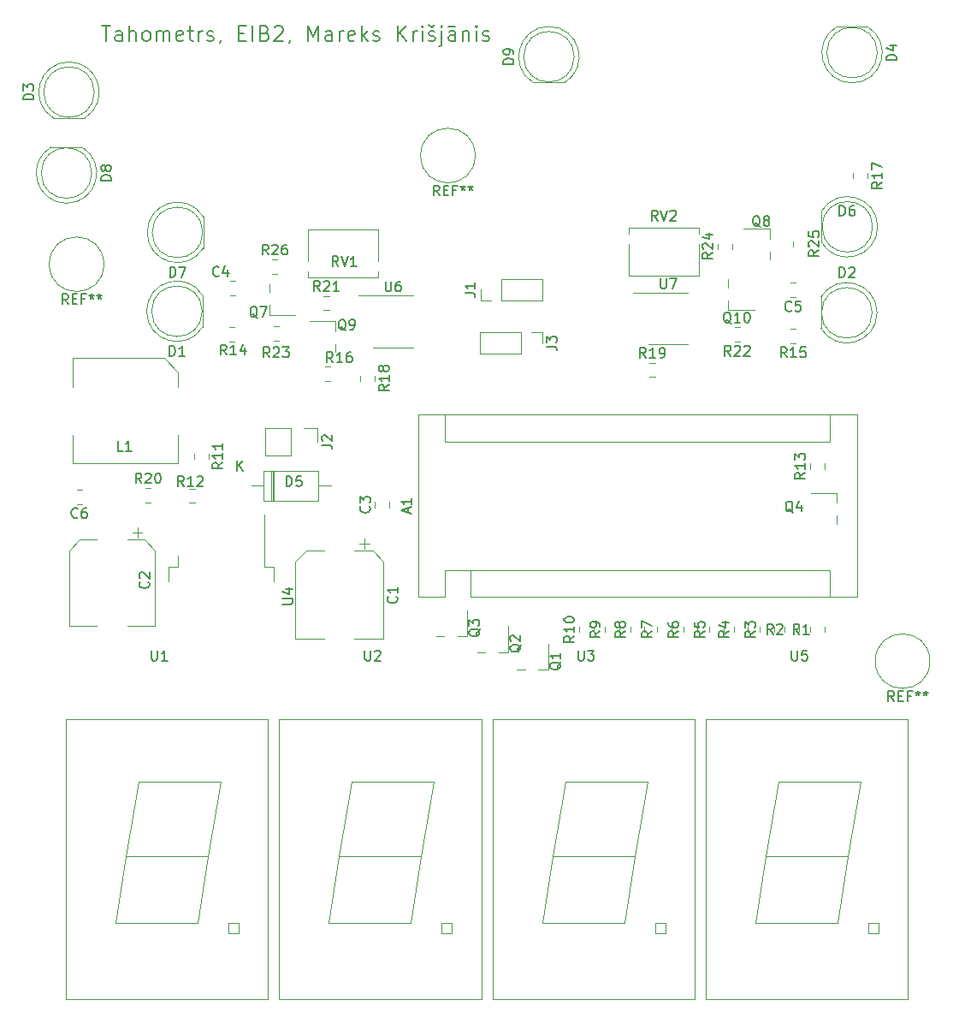
<source format=gbr>
%TF.GenerationSoftware,KiCad,Pcbnew,(5.1.6)-1*%
%TF.CreationDate,2020-12-04T16:37:21+02:00*%
%TF.ProjectId,Tahometrs,5461686f-6d65-4747-9273-2e6b69636164,rev?*%
%TF.SameCoordinates,Original*%
%TF.FileFunction,Legend,Top*%
%TF.FilePolarity,Positive*%
%FSLAX46Y46*%
G04 Gerber Fmt 4.6, Leading zero omitted, Abs format (unit mm)*
G04 Created by KiCad (PCBNEW (5.1.6)-1) date 2020-12-04 16:37:21*
%MOMM*%
%LPD*%
G01*
G04 APERTURE LIST*
%ADD10C,0.150000*%
%ADD11C,0.120000*%
G04 APERTURE END LIST*
D10*
X133250000Y-32178571D02*
X134107142Y-32178571D01*
X133678571Y-33678571D02*
X133678571Y-32178571D01*
X135250000Y-33678571D02*
X135250000Y-32892857D01*
X135178571Y-32750000D01*
X135035714Y-32678571D01*
X134750000Y-32678571D01*
X134607142Y-32750000D01*
X135250000Y-33607142D02*
X135107142Y-33678571D01*
X134750000Y-33678571D01*
X134607142Y-33607142D01*
X134535714Y-33464285D01*
X134535714Y-33321428D01*
X134607142Y-33178571D01*
X134750000Y-33107142D01*
X135107142Y-33107142D01*
X135250000Y-33035714D01*
X135964285Y-33678571D02*
X135964285Y-32178571D01*
X136607142Y-33678571D02*
X136607142Y-32892857D01*
X136535714Y-32750000D01*
X136392857Y-32678571D01*
X136178571Y-32678571D01*
X136035714Y-32750000D01*
X135964285Y-32821428D01*
X137535714Y-33678571D02*
X137392857Y-33607142D01*
X137321428Y-33535714D01*
X137250000Y-33392857D01*
X137250000Y-32964285D01*
X137321428Y-32821428D01*
X137392857Y-32750000D01*
X137535714Y-32678571D01*
X137750000Y-32678571D01*
X137892857Y-32750000D01*
X137964285Y-32821428D01*
X138035714Y-32964285D01*
X138035714Y-33392857D01*
X137964285Y-33535714D01*
X137892857Y-33607142D01*
X137750000Y-33678571D01*
X137535714Y-33678571D01*
X138678571Y-33678571D02*
X138678571Y-32678571D01*
X138678571Y-32821428D02*
X138750000Y-32750000D01*
X138892857Y-32678571D01*
X139107142Y-32678571D01*
X139250000Y-32750000D01*
X139321428Y-32892857D01*
X139321428Y-33678571D01*
X139321428Y-32892857D02*
X139392857Y-32750000D01*
X139535714Y-32678571D01*
X139750000Y-32678571D01*
X139892857Y-32750000D01*
X139964285Y-32892857D01*
X139964285Y-33678571D01*
X141250000Y-33607142D02*
X141107142Y-33678571D01*
X140821428Y-33678571D01*
X140678571Y-33607142D01*
X140607142Y-33464285D01*
X140607142Y-32892857D01*
X140678571Y-32750000D01*
X140821428Y-32678571D01*
X141107142Y-32678571D01*
X141250000Y-32750000D01*
X141321428Y-32892857D01*
X141321428Y-33035714D01*
X140607142Y-33178571D01*
X141750000Y-32678571D02*
X142321428Y-32678571D01*
X141964285Y-32178571D02*
X141964285Y-33464285D01*
X142035714Y-33607142D01*
X142178571Y-33678571D01*
X142321428Y-33678571D01*
X142821428Y-33678571D02*
X142821428Y-32678571D01*
X142821428Y-32964285D02*
X142892857Y-32821428D01*
X142964285Y-32750000D01*
X143107142Y-32678571D01*
X143250000Y-32678571D01*
X143678571Y-33607142D02*
X143821428Y-33678571D01*
X144107142Y-33678571D01*
X144250000Y-33607142D01*
X144321428Y-33464285D01*
X144321428Y-33392857D01*
X144250000Y-33250000D01*
X144107142Y-33178571D01*
X143892857Y-33178571D01*
X143750000Y-33107142D01*
X143678571Y-32964285D01*
X143678571Y-32892857D01*
X143750000Y-32750000D01*
X143892857Y-32678571D01*
X144107142Y-32678571D01*
X144250000Y-32750000D01*
X145035714Y-33607142D02*
X145035714Y-33678571D01*
X144964285Y-33821428D01*
X144892857Y-33892857D01*
X146821428Y-32892857D02*
X147321428Y-32892857D01*
X147535714Y-33678571D02*
X146821428Y-33678571D01*
X146821428Y-32178571D01*
X147535714Y-32178571D01*
X148178571Y-33678571D02*
X148178571Y-32178571D01*
X149392857Y-32892857D02*
X149607142Y-32964285D01*
X149678571Y-33035714D01*
X149750000Y-33178571D01*
X149750000Y-33392857D01*
X149678571Y-33535714D01*
X149607142Y-33607142D01*
X149464285Y-33678571D01*
X148892857Y-33678571D01*
X148892857Y-32178571D01*
X149392857Y-32178571D01*
X149535714Y-32250000D01*
X149607142Y-32321428D01*
X149678571Y-32464285D01*
X149678571Y-32607142D01*
X149607142Y-32750000D01*
X149535714Y-32821428D01*
X149392857Y-32892857D01*
X148892857Y-32892857D01*
X150321428Y-32321428D02*
X150392857Y-32250000D01*
X150535714Y-32178571D01*
X150892857Y-32178571D01*
X151035714Y-32250000D01*
X151107142Y-32321428D01*
X151178571Y-32464285D01*
X151178571Y-32607142D01*
X151107142Y-32821428D01*
X150250000Y-33678571D01*
X151178571Y-33678571D01*
X151892857Y-33607142D02*
X151892857Y-33678571D01*
X151821428Y-33821428D01*
X151750000Y-33892857D01*
X153678571Y-33678571D02*
X153678571Y-32178571D01*
X154178571Y-33250000D01*
X154678571Y-32178571D01*
X154678571Y-33678571D01*
X156035714Y-33678571D02*
X156035714Y-32892857D01*
X155964285Y-32750000D01*
X155821428Y-32678571D01*
X155535714Y-32678571D01*
X155392857Y-32750000D01*
X156035714Y-33607142D02*
X155892857Y-33678571D01*
X155535714Y-33678571D01*
X155392857Y-33607142D01*
X155321428Y-33464285D01*
X155321428Y-33321428D01*
X155392857Y-33178571D01*
X155535714Y-33107142D01*
X155892857Y-33107142D01*
X156035714Y-33035714D01*
X156750000Y-33678571D02*
X156750000Y-32678571D01*
X156750000Y-32964285D02*
X156821428Y-32821428D01*
X156892857Y-32750000D01*
X157035714Y-32678571D01*
X157178571Y-32678571D01*
X158250000Y-33607142D02*
X158107142Y-33678571D01*
X157821428Y-33678571D01*
X157678571Y-33607142D01*
X157607142Y-33464285D01*
X157607142Y-32892857D01*
X157678571Y-32750000D01*
X157821428Y-32678571D01*
X158107142Y-32678571D01*
X158250000Y-32750000D01*
X158321428Y-32892857D01*
X158321428Y-33035714D01*
X157607142Y-33178571D01*
X158964285Y-33678571D02*
X158964285Y-32178571D01*
X159107142Y-33107142D02*
X159535714Y-33678571D01*
X159535714Y-32678571D02*
X158964285Y-33250000D01*
X160107142Y-33607142D02*
X160250000Y-33678571D01*
X160535714Y-33678571D01*
X160678571Y-33607142D01*
X160750000Y-33464285D01*
X160750000Y-33392857D01*
X160678571Y-33250000D01*
X160535714Y-33178571D01*
X160321428Y-33178571D01*
X160178571Y-33107142D01*
X160107142Y-32964285D01*
X160107142Y-32892857D01*
X160178571Y-32750000D01*
X160321428Y-32678571D01*
X160535714Y-32678571D01*
X160678571Y-32750000D01*
X162535714Y-33678571D02*
X162535714Y-32178571D01*
X163392857Y-33678571D02*
X162750000Y-32821428D01*
X163392857Y-32178571D02*
X162535714Y-33035714D01*
X164035714Y-33678571D02*
X164035714Y-32678571D01*
X164035714Y-32964285D02*
X164107142Y-32821428D01*
X164178571Y-32750000D01*
X164321428Y-32678571D01*
X164464285Y-32678571D01*
X164964285Y-33678571D02*
X164964285Y-32678571D01*
X164964285Y-32178571D02*
X164892857Y-32250000D01*
X164964285Y-32321428D01*
X165035714Y-32250000D01*
X164964285Y-32178571D01*
X164964285Y-32321428D01*
X165607142Y-33607142D02*
X165750000Y-33678571D01*
X166035714Y-33678571D01*
X166178571Y-33607142D01*
X166250000Y-33464285D01*
X166250000Y-33392857D01*
X166178571Y-33250000D01*
X166035714Y-33178571D01*
X165821428Y-33178571D01*
X165678571Y-33107142D01*
X165607142Y-32964285D01*
X165607142Y-32892857D01*
X165678571Y-32750000D01*
X165821428Y-32678571D01*
X166035714Y-32678571D01*
X166178571Y-32750000D01*
X165607142Y-32107142D02*
X165892857Y-32321428D01*
X166178571Y-32107142D01*
X166892857Y-32678571D02*
X166892857Y-33964285D01*
X166821428Y-34107142D01*
X166678571Y-34178571D01*
X166607142Y-34178571D01*
X166892857Y-32178571D02*
X166821428Y-32250000D01*
X166892857Y-32321428D01*
X166964285Y-32250000D01*
X166892857Y-32178571D01*
X166892857Y-32321428D01*
X168250000Y-33678571D02*
X168250000Y-32892857D01*
X168178571Y-32750000D01*
X168035714Y-32678571D01*
X167750000Y-32678571D01*
X167607142Y-32750000D01*
X168250000Y-33607142D02*
X168107142Y-33678571D01*
X167750000Y-33678571D01*
X167607142Y-33607142D01*
X167535714Y-33464285D01*
X167535714Y-33321428D01*
X167607142Y-33178571D01*
X167750000Y-33107142D01*
X168107142Y-33107142D01*
X168250000Y-33035714D01*
X167535714Y-32250000D02*
X168250000Y-32250000D01*
X168964285Y-32678571D02*
X168964285Y-33678571D01*
X168964285Y-32821428D02*
X169035714Y-32750000D01*
X169178571Y-32678571D01*
X169392857Y-32678571D01*
X169535714Y-32750000D01*
X169607142Y-32892857D01*
X169607142Y-33678571D01*
X170321428Y-33678571D02*
X170321428Y-32678571D01*
X170321428Y-32178571D02*
X170250000Y-32250000D01*
X170321428Y-32321428D01*
X170392857Y-32250000D01*
X170321428Y-32178571D01*
X170321428Y-32321428D01*
X170964285Y-33607142D02*
X171107142Y-33678571D01*
X171392857Y-33678571D01*
X171535714Y-33607142D01*
X171607142Y-33464285D01*
X171607142Y-33392857D01*
X171535714Y-33250000D01*
X171392857Y-33178571D01*
X171178571Y-33178571D01*
X171035714Y-33107142D01*
X170964285Y-32964285D01*
X170964285Y-32892857D01*
X171035714Y-32750000D01*
X171178571Y-32678571D01*
X171392857Y-32678571D01*
X171535714Y-32750000D01*
D11*
%TO.C,REF\u002A\u002A*%
X133450000Y-55750000D02*
G75*
G03*
X133450000Y-55750000I-2700000J0D01*
G01*
X170200000Y-45000000D02*
G75*
G03*
X170200000Y-45000000I-2700000J0D01*
G01*
X215200000Y-95000000D02*
G75*
G03*
X215200000Y-95000000I-2700000J0D01*
G01*
%TO.C,C5*%
X201936252Y-59010000D02*
X201413748Y-59010000D01*
X201936252Y-57590000D02*
X201413748Y-57590000D01*
%TO.C,R1*%
X204810000Y-92136252D02*
X204810000Y-91613748D01*
X203390000Y-92136252D02*
X203390000Y-91613748D01*
%TO.C,R2*%
X200790000Y-92136252D02*
X200790000Y-91613748D01*
X202210000Y-92136252D02*
X202210000Y-91613748D01*
%TO.C,R3*%
X199810000Y-92136252D02*
X199810000Y-91613748D01*
X198390000Y-92136252D02*
X198390000Y-91613748D01*
%TO.C,R4*%
X195790000Y-92136252D02*
X195790000Y-91613748D01*
X197210000Y-92136252D02*
X197210000Y-91613748D01*
%TO.C,R5*%
X193390000Y-92136252D02*
X193390000Y-91613748D01*
X194810000Y-92136252D02*
X194810000Y-91613748D01*
%TO.C,R6*%
X192210000Y-92136252D02*
X192210000Y-91613748D01*
X190790000Y-92136252D02*
X190790000Y-91613748D01*
%TO.C,R7*%
X188190000Y-92136252D02*
X188190000Y-91613748D01*
X189610000Y-92136252D02*
X189610000Y-91613748D01*
%TO.C,R17*%
X207570000Y-47251252D02*
X207570000Y-46728748D01*
X208990000Y-47251252D02*
X208990000Y-46728748D01*
%TO.C,R19*%
X187463748Y-66910000D02*
X187986252Y-66910000D01*
X187463748Y-65490000D02*
X187986252Y-65490000D01*
%TO.C,U4*%
X140800000Y-85650000D02*
X140800000Y-84550000D01*
X139850000Y-85650000D02*
X140800000Y-85650000D01*
X139850000Y-87150000D02*
X139850000Y-85650000D01*
X149300000Y-85650000D02*
X149300000Y-80525000D01*
X150250000Y-85650000D02*
X149300000Y-85650000D01*
X150250000Y-87150000D02*
X150250000Y-85650000D01*
%TO.C,U7*%
X189300000Y-58540000D02*
X185850000Y-58540000D01*
X189300000Y-58540000D02*
X191250000Y-58540000D01*
X189300000Y-63660000D02*
X187350000Y-63660000D01*
X189300000Y-63660000D02*
X191250000Y-63660000D01*
%TO.C,A1*%
X169770000Y-85980000D02*
X167230000Y-85980000D01*
X167230000Y-85980000D02*
X167230000Y-88650000D01*
X169770000Y-88650000D02*
X208000000Y-88650000D01*
X164560000Y-88650000D02*
X167230000Y-88650000D01*
X167230000Y-73280000D02*
X167230000Y-70610000D01*
X167230000Y-73280000D02*
X205330000Y-73280000D01*
X205330000Y-73280000D02*
X205330000Y-70610000D01*
X169770000Y-85980000D02*
X169770000Y-88650000D01*
X169770000Y-85980000D02*
X205330000Y-85980000D01*
X205330000Y-85980000D02*
X205330000Y-88650000D01*
X208000000Y-88650000D02*
X208000000Y-70610000D01*
X208000000Y-70610000D02*
X164560000Y-70610000D01*
X164560000Y-70610000D02*
X164560000Y-88650000D01*
%TO.C,C1*%
X152390000Y-92810000D02*
X155240000Y-92810000D01*
X161110000Y-92810000D02*
X158260000Y-92810000D01*
X161110000Y-85154437D02*
X161110000Y-92810000D01*
X152390000Y-85154437D02*
X152390000Y-92810000D01*
X153454437Y-84090000D02*
X155240000Y-84090000D01*
X160045563Y-84090000D02*
X158260000Y-84090000D01*
X160045563Y-84090000D02*
X161110000Y-85154437D01*
X153454437Y-84090000D02*
X152390000Y-85154437D01*
X159260000Y-82850000D02*
X159260000Y-83850000D01*
X159760000Y-83350000D02*
X158760000Y-83350000D01*
%TO.C,C2*%
X129990000Y-91510000D02*
X132740000Y-91510000D01*
X138510000Y-91510000D02*
X135760000Y-91510000D01*
X138510000Y-84054437D02*
X138510000Y-91510000D01*
X129990000Y-84054437D02*
X129990000Y-91510000D01*
X131054437Y-82990000D02*
X132740000Y-82990000D01*
X137445563Y-82990000D02*
X135760000Y-82990000D01*
X137445563Y-82990000D02*
X138510000Y-84054437D01*
X131054437Y-82990000D02*
X129990000Y-84054437D01*
X136760000Y-81750000D02*
X136760000Y-82750000D01*
X137260000Y-82250000D02*
X136260000Y-82250000D01*
%TO.C,C4*%
X145913748Y-57390000D02*
X146436252Y-57390000D01*
X145913748Y-58810000D02*
X146436252Y-58810000D01*
%TO.C,D2*%
X209480000Y-60550000D02*
G75*
G03*
X209480000Y-60550000I-2500000J0D01*
G01*
X204420000Y-59005000D02*
X204420000Y-62095000D01*
X209970000Y-60550462D02*
G75*
G03*
X204420000Y-59005170I-2990000J462D01*
G01*
X209970000Y-60549538D02*
G75*
G02*
X204420000Y-62094830I-2990000J-462D01*
G01*
%TO.C,D3*%
X128455000Y-41290000D02*
X131545000Y-41290000D01*
X132500000Y-38730000D02*
G75*
G03*
X132500000Y-38730000I-2500000J0D01*
G01*
X129999538Y-35740000D02*
G75*
G02*
X131544830Y-41290000I462J-2990000D01*
G01*
X130000462Y-35740000D02*
G75*
G03*
X128455170Y-41290000I-462J-2990000D01*
G01*
%TO.C,D4*%
X209045000Y-32270000D02*
X205955000Y-32270000D01*
X210000000Y-34830000D02*
G75*
G03*
X210000000Y-34830000I-2500000J0D01*
G01*
X207500462Y-37820000D02*
G75*
G02*
X205955170Y-32270000I-462J2990000D01*
G01*
X207499538Y-37820000D02*
G75*
G03*
X209044830Y-32270000I462J2990000D01*
G01*
%TO.C,D5*%
X149260000Y-76180000D02*
X149260000Y-79120000D01*
X149260000Y-79120000D02*
X154700000Y-79120000D01*
X154700000Y-79120000D02*
X154700000Y-76180000D01*
X154700000Y-76180000D02*
X149260000Y-76180000D01*
X148040000Y-77650000D02*
X149260000Y-77650000D01*
X155920000Y-77650000D02*
X154700000Y-77650000D01*
X150160000Y-76180000D02*
X150160000Y-79120000D01*
X150280000Y-76180000D02*
X150280000Y-79120000D01*
X150040000Y-76180000D02*
X150040000Y-79120000D01*
%TO.C,J1*%
X170740000Y-59310000D02*
X170740000Y-58250000D01*
X171800000Y-59310000D02*
X170740000Y-59310000D01*
X172800000Y-59310000D02*
X172800000Y-57190000D01*
X172800000Y-57190000D02*
X176860000Y-57190000D01*
X172800000Y-59310000D02*
X176860000Y-59310000D01*
X176860000Y-59310000D02*
X176860000Y-57190000D01*
%TO.C,J3*%
X170690000Y-62490000D02*
X170690000Y-64610000D01*
X174750000Y-62490000D02*
X170690000Y-62490000D01*
X174750000Y-64610000D02*
X170690000Y-64610000D01*
X174750000Y-62490000D02*
X174750000Y-64610000D01*
X175750000Y-62490000D02*
X176810000Y-62490000D01*
X176810000Y-62490000D02*
X176810000Y-63550000D01*
%TO.C,Q7*%
X149800000Y-60750000D02*
X149800000Y-59800000D01*
X152400000Y-60750000D02*
X149800000Y-60750000D01*
X149800000Y-58500000D02*
X149800000Y-57700000D01*
%TO.C,Q8*%
X199350000Y-54500000D02*
X199350000Y-55300000D01*
X196750000Y-52250000D02*
X199350000Y-52250000D01*
X199350000Y-52250000D02*
X199350000Y-53200000D01*
%TO.C,Q9*%
X156400000Y-63650000D02*
X156400000Y-64450000D01*
X153800000Y-61400000D02*
X156400000Y-61400000D01*
X156400000Y-61400000D02*
X156400000Y-62350000D01*
%TO.C,Q10*%
X195250000Y-60300000D02*
X195250000Y-59350000D01*
X197850000Y-60300000D02*
X195250000Y-60300000D01*
X195250000Y-58050000D02*
X195250000Y-57250000D01*
%TO.C,R8*%
X186960000Y-92136252D02*
X186960000Y-91613748D01*
X185540000Y-92136252D02*
X185540000Y-91613748D01*
%TO.C,R9*%
X183040000Y-92136252D02*
X183040000Y-91613748D01*
X184460000Y-92136252D02*
X184460000Y-91613748D01*
%TO.C,R10*%
X181910000Y-92136252D02*
X181910000Y-91613748D01*
X180490000Y-92136252D02*
X180490000Y-91613748D01*
%TO.C,R11*%
X143810000Y-74463748D02*
X143810000Y-74986252D01*
X142390000Y-74463748D02*
X142390000Y-74986252D01*
%TO.C,R12*%
X141913748Y-79360000D02*
X142436252Y-79360000D01*
X141913748Y-77940000D02*
X142436252Y-77940000D01*
%TO.C,R13*%
X203340000Y-75986252D02*
X203340000Y-75463748D01*
X204760000Y-75986252D02*
X204760000Y-75463748D01*
%TO.C,R14*%
X145863748Y-61990000D02*
X146386252Y-61990000D01*
X145863748Y-63410000D02*
X146386252Y-63410000D01*
%TO.C,R15*%
X201936252Y-62140000D02*
X201413748Y-62140000D01*
X201936252Y-63560000D02*
X201413748Y-63560000D01*
%TO.C,R16*%
X155363748Y-67260000D02*
X155886252Y-67260000D01*
X155363748Y-65840000D02*
X155886252Y-65840000D01*
%TO.C,R18*%
X160260000Y-66763748D02*
X160260000Y-67286252D01*
X158840000Y-66763748D02*
X158840000Y-67286252D01*
%TO.C,R20*%
X137563748Y-77890000D02*
X138086252Y-77890000D01*
X137563748Y-79310000D02*
X138086252Y-79310000D01*
%TO.C,R21*%
X155213748Y-60310000D02*
X155736252Y-60310000D01*
X155213748Y-58890000D02*
X155736252Y-58890000D01*
%TO.C,R22*%
X196386252Y-63410000D02*
X195863748Y-63410000D01*
X196386252Y-61990000D02*
X195863748Y-61990000D01*
%TO.C,R23*%
X150263748Y-61890000D02*
X150786252Y-61890000D01*
X150263748Y-63310000D02*
X150786252Y-63310000D01*
%TO.C,R24*%
X195610000Y-54236252D02*
X195610000Y-53713748D01*
X194190000Y-54236252D02*
X194190000Y-53713748D01*
%TO.C,R25*%
X203060000Y-53463748D02*
X203060000Y-53986252D01*
X201640000Y-53463748D02*
X201640000Y-53986252D01*
%TO.C,R26*%
X150113748Y-56710000D02*
X150636252Y-56710000D01*
X150113748Y-55290000D02*
X150636252Y-55290000D01*
%TO.C,RV1*%
X160615000Y-57090000D02*
X153665000Y-57090000D01*
X160615000Y-52350000D02*
X153665000Y-52350000D01*
X160615000Y-57090000D02*
X160615000Y-56445000D01*
X160615000Y-55455000D02*
X160615000Y-52350000D01*
X153665000Y-57090000D02*
X153665000Y-56445000D01*
X153665000Y-55455000D02*
X153665000Y-52350000D01*
%TO.C,RV2*%
X192335000Y-53745000D02*
X192335000Y-56850000D01*
X192335000Y-52110000D02*
X192335000Y-52755000D01*
X185385000Y-53745000D02*
X185385000Y-56850000D01*
X185385000Y-52110000D02*
X185385000Y-52755000D01*
X185385000Y-56850000D02*
X192335000Y-56850000D01*
X185385000Y-52110000D02*
X192335000Y-52110000D01*
%TO.C,U6*%
X162075000Y-63955000D02*
X164025000Y-63955000D01*
X162075000Y-63955000D02*
X160125000Y-63955000D01*
X162075000Y-58835000D02*
X164025000Y-58835000D01*
X162075000Y-58835000D02*
X158625000Y-58835000D01*
%TO.C,Q1*%
X175150000Y-95850000D02*
X174350000Y-95850000D01*
X177400000Y-93250000D02*
X177400000Y-95850000D01*
X177400000Y-95850000D02*
X176450000Y-95850000D01*
%TO.C,Q2*%
X173450000Y-94100000D02*
X172500000Y-94100000D01*
X173450000Y-91500000D02*
X173450000Y-94100000D01*
X171200000Y-94100000D02*
X170400000Y-94100000D01*
%TO.C,Q3*%
X167150000Y-92550000D02*
X166350000Y-92550000D01*
X169400000Y-89950000D02*
X169400000Y-92550000D01*
X169400000Y-92550000D02*
X168450000Y-92550000D01*
%TO.C,Q4*%
X206000000Y-78350000D02*
X206000000Y-79300000D01*
X203400000Y-78350000D02*
X206000000Y-78350000D01*
X206000000Y-80600000D02*
X206000000Y-81400000D01*
%TO.C,U1*%
X129680001Y-100710001D02*
X149680001Y-100710001D01*
X149680001Y-100710001D02*
X149680001Y-128410001D01*
X149680001Y-128410001D02*
X129680001Y-128410001D01*
X129680001Y-128410001D02*
X129680001Y-100710001D01*
X136886001Y-106940001D02*
X145014001Y-106940001D01*
X145014001Y-106940001D02*
X143744001Y-114306001D01*
X143744001Y-114306001D02*
X135616001Y-114306001D01*
X135616001Y-114306001D02*
X136886001Y-106940001D01*
X135616001Y-114306001D02*
X134600001Y-120910001D01*
X134600001Y-120910001D02*
X142220001Y-120910001D01*
X142220001Y-120910001D02*
X142728001Y-120910001D01*
X143744001Y-114306001D02*
X142728001Y-120910001D01*
X145776001Y-120910001D02*
X145776001Y-121926001D01*
X145776001Y-121926001D02*
X146792001Y-121926001D01*
X146792001Y-121926001D02*
X146792001Y-120910001D01*
X146792001Y-120910001D02*
X145776001Y-120910001D01*
%TO.C,U2*%
X167912001Y-120910001D02*
X166896001Y-120910001D01*
X167912001Y-121926001D02*
X167912001Y-120910001D01*
X166896001Y-121926001D02*
X167912001Y-121926001D01*
X166896001Y-120910001D02*
X166896001Y-121926001D01*
X164864001Y-114306001D02*
X163848001Y-120910001D01*
X163340001Y-120910001D02*
X163848001Y-120910001D01*
X155720001Y-120910001D02*
X163340001Y-120910001D01*
X156736001Y-114306001D02*
X155720001Y-120910001D01*
X156736001Y-114306001D02*
X158006001Y-106940001D01*
X164864001Y-114306001D02*
X156736001Y-114306001D01*
X166134001Y-106940001D02*
X164864001Y-114306001D01*
X158006001Y-106940001D02*
X166134001Y-106940001D01*
X150800001Y-128410001D02*
X150800001Y-100710001D01*
X170800001Y-128410001D02*
X150800001Y-128410001D01*
X170800001Y-100710001D02*
X170800001Y-128410001D01*
X150800001Y-100710001D02*
X170800001Y-100710001D01*
%TO.C,U3*%
X171920001Y-100710001D02*
X191920001Y-100710001D01*
X191920001Y-100710001D02*
X191920001Y-128410001D01*
X191920001Y-128410001D02*
X171920001Y-128410001D01*
X171920001Y-128410001D02*
X171920001Y-100710001D01*
X179126001Y-106940001D02*
X187254001Y-106940001D01*
X187254001Y-106940001D02*
X185984001Y-114306001D01*
X185984001Y-114306001D02*
X177856001Y-114306001D01*
X177856001Y-114306001D02*
X179126001Y-106940001D01*
X177856001Y-114306001D02*
X176840001Y-120910001D01*
X176840001Y-120910001D02*
X184460001Y-120910001D01*
X184460001Y-120910001D02*
X184968001Y-120910001D01*
X185984001Y-114306001D02*
X184968001Y-120910001D01*
X188016001Y-120910001D02*
X188016001Y-121926001D01*
X188016001Y-121926001D02*
X189032001Y-121926001D01*
X189032001Y-121926001D02*
X189032001Y-120910001D01*
X189032001Y-120910001D02*
X188016001Y-120910001D01*
%TO.C,U5*%
X210152001Y-120910001D02*
X209136001Y-120910001D01*
X210152001Y-121926001D02*
X210152001Y-120910001D01*
X209136001Y-121926001D02*
X210152001Y-121926001D01*
X209136001Y-120910001D02*
X209136001Y-121926001D01*
X207104001Y-114306001D02*
X206088001Y-120910001D01*
X205580001Y-120910001D02*
X206088001Y-120910001D01*
X197960001Y-120910001D02*
X205580001Y-120910001D01*
X198976001Y-114306001D02*
X197960001Y-120910001D01*
X198976001Y-114306001D02*
X200246001Y-106940001D01*
X207104001Y-114306001D02*
X198976001Y-114306001D01*
X208374001Y-106940001D02*
X207104001Y-114306001D01*
X200246001Y-106940001D02*
X208374001Y-106940001D01*
X193040001Y-128410001D02*
X193040001Y-100710001D01*
X213040001Y-128410001D02*
X193040001Y-128410001D01*
X213040001Y-100710001D02*
X213040001Y-128410001D01*
X193040001Y-100710001D02*
X213040001Y-100710001D01*
%TO.C,J2*%
X149380000Y-71970000D02*
X149380000Y-74630000D01*
X151980000Y-71970000D02*
X149380000Y-71970000D01*
X151980000Y-74630000D02*
X149380000Y-74630000D01*
X151980000Y-71970000D02*
X151980000Y-74630000D01*
X153250000Y-71970000D02*
X154580000Y-71970000D01*
X154580000Y-71970000D02*
X154580000Y-73300000D01*
%TO.C,D1*%
X143180000Y-60400000D02*
G75*
G03*
X143180000Y-60400000I-2500000J0D01*
G01*
X143240000Y-61945000D02*
X143240000Y-58855000D01*
X137690000Y-60399538D02*
G75*
G03*
X143240000Y-61944830I2990000J-462D01*
G01*
X137690000Y-60400462D02*
G75*
G02*
X143240000Y-58855170I2990000J462D01*
G01*
%TO.C,D6*%
X204470000Y-50505000D02*
X204470000Y-53595000D01*
X209530000Y-52050000D02*
G75*
G03*
X209530000Y-52050000I-2500000J0D01*
G01*
X210020000Y-52049538D02*
G75*
G02*
X204470000Y-53594830I-2990000J-462D01*
G01*
X210020000Y-52050462D02*
G75*
G03*
X204470000Y-50505170I-2990000J462D01*
G01*
%TO.C,D7*%
X143230000Y-52600000D02*
G75*
G03*
X143230000Y-52600000I-2500000J0D01*
G01*
X143290000Y-54145000D02*
X143290000Y-51055000D01*
X137740000Y-52599538D02*
G75*
G03*
X143290000Y-54144830I2990000J-462D01*
G01*
X137740000Y-52600462D02*
G75*
G02*
X143290000Y-51055170I2990000J462D01*
G01*
%TO.C,D8*%
X129750462Y-49720000D02*
G75*
G02*
X128205170Y-44170000I-462J2990000D01*
G01*
X129749538Y-49720000D02*
G75*
G03*
X131294830Y-44170000I462J2990000D01*
G01*
X132250000Y-46730000D02*
G75*
G03*
X132250000Y-46730000I-2500000J0D01*
G01*
X131295000Y-44170000D02*
X128205000Y-44170000D01*
%TO.C,D9*%
X175955000Y-37790000D02*
X179045000Y-37790000D01*
X180000000Y-35230000D02*
G75*
G03*
X180000000Y-35230000I-2500000J0D01*
G01*
X177500462Y-32240000D02*
G75*
G03*
X175955170Y-37790000I-462J-2990000D01*
G01*
X177499538Y-32240000D02*
G75*
G02*
X179044830Y-37790000I462J-2990000D01*
G01*
%TO.C,L1*%
X130400000Y-75450000D02*
X130400000Y-72650000D01*
X140800000Y-75450000D02*
X130400000Y-75450000D01*
X140800000Y-72650000D02*
X140800000Y-75450000D01*
X140800000Y-66450000D02*
X140800000Y-67850000D01*
X139400000Y-65050000D02*
X140800000Y-66450000D01*
X130400000Y-65050000D02*
X139400000Y-65050000D01*
X130400000Y-67850000D02*
X130400000Y-65050000D01*
%TO.C,C3*%
X160290000Y-79786252D02*
X160290000Y-79263748D01*
X161710000Y-79786252D02*
X161710000Y-79263748D01*
%TO.C,C6*%
X131286252Y-78040000D02*
X130763748Y-78040000D01*
X131286252Y-79460000D02*
X130763748Y-79460000D01*
%TO.C,REF\u002A\u002A*%
D10*
X129916666Y-59702380D02*
X129583333Y-59226190D01*
X129345238Y-59702380D02*
X129345238Y-58702380D01*
X129726190Y-58702380D01*
X129821428Y-58750000D01*
X129869047Y-58797619D01*
X129916666Y-58892857D01*
X129916666Y-59035714D01*
X129869047Y-59130952D01*
X129821428Y-59178571D01*
X129726190Y-59226190D01*
X129345238Y-59226190D01*
X130345238Y-59178571D02*
X130678571Y-59178571D01*
X130821428Y-59702380D02*
X130345238Y-59702380D01*
X130345238Y-58702380D01*
X130821428Y-58702380D01*
X131583333Y-59178571D02*
X131250000Y-59178571D01*
X131250000Y-59702380D02*
X131250000Y-58702380D01*
X131726190Y-58702380D01*
X132250000Y-58702380D02*
X132250000Y-58940476D01*
X132011904Y-58845238D02*
X132250000Y-58940476D01*
X132488095Y-58845238D01*
X132107142Y-59130952D02*
X132250000Y-58940476D01*
X132392857Y-59130952D01*
X133011904Y-58702380D02*
X133011904Y-58940476D01*
X132773809Y-58845238D02*
X133011904Y-58940476D01*
X133250000Y-58845238D01*
X132869047Y-59130952D02*
X133011904Y-58940476D01*
X133154761Y-59130952D01*
X166666666Y-48952380D02*
X166333333Y-48476190D01*
X166095238Y-48952380D02*
X166095238Y-47952380D01*
X166476190Y-47952380D01*
X166571428Y-48000000D01*
X166619047Y-48047619D01*
X166666666Y-48142857D01*
X166666666Y-48285714D01*
X166619047Y-48380952D01*
X166571428Y-48428571D01*
X166476190Y-48476190D01*
X166095238Y-48476190D01*
X167095238Y-48428571D02*
X167428571Y-48428571D01*
X167571428Y-48952380D02*
X167095238Y-48952380D01*
X167095238Y-47952380D01*
X167571428Y-47952380D01*
X168333333Y-48428571D02*
X168000000Y-48428571D01*
X168000000Y-48952380D02*
X168000000Y-47952380D01*
X168476190Y-47952380D01*
X169000000Y-47952380D02*
X169000000Y-48190476D01*
X168761904Y-48095238D02*
X169000000Y-48190476D01*
X169238095Y-48095238D01*
X168857142Y-48380952D02*
X169000000Y-48190476D01*
X169142857Y-48380952D01*
X169761904Y-47952380D02*
X169761904Y-48190476D01*
X169523809Y-48095238D02*
X169761904Y-48190476D01*
X170000000Y-48095238D01*
X169619047Y-48380952D02*
X169761904Y-48190476D01*
X169904761Y-48380952D01*
X211666666Y-98952380D02*
X211333333Y-98476190D01*
X211095238Y-98952380D02*
X211095238Y-97952380D01*
X211476190Y-97952380D01*
X211571428Y-98000000D01*
X211619047Y-98047619D01*
X211666666Y-98142857D01*
X211666666Y-98285714D01*
X211619047Y-98380952D01*
X211571428Y-98428571D01*
X211476190Y-98476190D01*
X211095238Y-98476190D01*
X212095238Y-98428571D02*
X212428571Y-98428571D01*
X212571428Y-98952380D02*
X212095238Y-98952380D01*
X212095238Y-97952380D01*
X212571428Y-97952380D01*
X213333333Y-98428571D02*
X213000000Y-98428571D01*
X213000000Y-98952380D02*
X213000000Y-97952380D01*
X213476190Y-97952380D01*
X214000000Y-97952380D02*
X214000000Y-98190476D01*
X213761904Y-98095238D02*
X214000000Y-98190476D01*
X214238095Y-98095238D01*
X213857142Y-98380952D02*
X214000000Y-98190476D01*
X214142857Y-98380952D01*
X214761904Y-97952380D02*
X214761904Y-98190476D01*
X214523809Y-98095238D02*
X214761904Y-98190476D01*
X215000000Y-98095238D01*
X214619047Y-98380952D02*
X214761904Y-98190476D01*
X214904761Y-98380952D01*
%TO.C,C5*%
X201508333Y-60307142D02*
X201460714Y-60354761D01*
X201317857Y-60402380D01*
X201222619Y-60402380D01*
X201079761Y-60354761D01*
X200984523Y-60259523D01*
X200936904Y-60164285D01*
X200889285Y-59973809D01*
X200889285Y-59830952D01*
X200936904Y-59640476D01*
X200984523Y-59545238D01*
X201079761Y-59450000D01*
X201222619Y-59402380D01*
X201317857Y-59402380D01*
X201460714Y-59450000D01*
X201508333Y-59497619D01*
X202413095Y-59402380D02*
X201936904Y-59402380D01*
X201889285Y-59878571D01*
X201936904Y-59830952D01*
X202032142Y-59783333D01*
X202270238Y-59783333D01*
X202365476Y-59830952D01*
X202413095Y-59878571D01*
X202460714Y-59973809D01*
X202460714Y-60211904D01*
X202413095Y-60307142D01*
X202365476Y-60354761D01*
X202270238Y-60402380D01*
X202032142Y-60402380D01*
X201936904Y-60354761D01*
X201889285Y-60307142D01*
%TO.C,R1*%
X202283333Y-92327380D02*
X201950000Y-91851190D01*
X201711904Y-92327380D02*
X201711904Y-91327380D01*
X202092857Y-91327380D01*
X202188095Y-91375000D01*
X202235714Y-91422619D01*
X202283333Y-91517857D01*
X202283333Y-91660714D01*
X202235714Y-91755952D01*
X202188095Y-91803571D01*
X202092857Y-91851190D01*
X201711904Y-91851190D01*
X203235714Y-92327380D02*
X202664285Y-92327380D01*
X202950000Y-92327380D02*
X202950000Y-91327380D01*
X202854761Y-91470238D01*
X202759523Y-91565476D01*
X202664285Y-91613095D01*
%TO.C,R2*%
X199683333Y-92327380D02*
X199350000Y-91851190D01*
X199111904Y-92327380D02*
X199111904Y-91327380D01*
X199492857Y-91327380D01*
X199588095Y-91375000D01*
X199635714Y-91422619D01*
X199683333Y-91517857D01*
X199683333Y-91660714D01*
X199635714Y-91755952D01*
X199588095Y-91803571D01*
X199492857Y-91851190D01*
X199111904Y-91851190D01*
X200064285Y-91422619D02*
X200111904Y-91375000D01*
X200207142Y-91327380D01*
X200445238Y-91327380D01*
X200540476Y-91375000D01*
X200588095Y-91422619D01*
X200635714Y-91517857D01*
X200635714Y-91613095D01*
X200588095Y-91755952D01*
X200016666Y-92327380D01*
X200635714Y-92327380D01*
%TO.C,R3*%
X197902380Y-92041666D02*
X197426190Y-92375000D01*
X197902380Y-92613095D02*
X196902380Y-92613095D01*
X196902380Y-92232142D01*
X196950000Y-92136904D01*
X196997619Y-92089285D01*
X197092857Y-92041666D01*
X197235714Y-92041666D01*
X197330952Y-92089285D01*
X197378571Y-92136904D01*
X197426190Y-92232142D01*
X197426190Y-92613095D01*
X196902380Y-91708333D02*
X196902380Y-91089285D01*
X197283333Y-91422619D01*
X197283333Y-91279761D01*
X197330952Y-91184523D01*
X197378571Y-91136904D01*
X197473809Y-91089285D01*
X197711904Y-91089285D01*
X197807142Y-91136904D01*
X197854761Y-91184523D01*
X197902380Y-91279761D01*
X197902380Y-91565476D01*
X197854761Y-91660714D01*
X197807142Y-91708333D01*
%TO.C,R4*%
X195302380Y-92041666D02*
X194826190Y-92375000D01*
X195302380Y-92613095D02*
X194302380Y-92613095D01*
X194302380Y-92232142D01*
X194350000Y-92136904D01*
X194397619Y-92089285D01*
X194492857Y-92041666D01*
X194635714Y-92041666D01*
X194730952Y-92089285D01*
X194778571Y-92136904D01*
X194826190Y-92232142D01*
X194826190Y-92613095D01*
X194635714Y-91184523D02*
X195302380Y-91184523D01*
X194254761Y-91422619D02*
X194969047Y-91660714D01*
X194969047Y-91041666D01*
%TO.C,R5*%
X192902380Y-92041666D02*
X192426190Y-92375000D01*
X192902380Y-92613095D02*
X191902380Y-92613095D01*
X191902380Y-92232142D01*
X191950000Y-92136904D01*
X191997619Y-92089285D01*
X192092857Y-92041666D01*
X192235714Y-92041666D01*
X192330952Y-92089285D01*
X192378571Y-92136904D01*
X192426190Y-92232142D01*
X192426190Y-92613095D01*
X191902380Y-91136904D02*
X191902380Y-91613095D01*
X192378571Y-91660714D01*
X192330952Y-91613095D01*
X192283333Y-91517857D01*
X192283333Y-91279761D01*
X192330952Y-91184523D01*
X192378571Y-91136904D01*
X192473809Y-91089285D01*
X192711904Y-91089285D01*
X192807142Y-91136904D01*
X192854761Y-91184523D01*
X192902380Y-91279761D01*
X192902380Y-91517857D01*
X192854761Y-91613095D01*
X192807142Y-91660714D01*
%TO.C,R6*%
X190302380Y-92041666D02*
X189826190Y-92375000D01*
X190302380Y-92613095D02*
X189302380Y-92613095D01*
X189302380Y-92232142D01*
X189350000Y-92136904D01*
X189397619Y-92089285D01*
X189492857Y-92041666D01*
X189635714Y-92041666D01*
X189730952Y-92089285D01*
X189778571Y-92136904D01*
X189826190Y-92232142D01*
X189826190Y-92613095D01*
X189302380Y-91184523D02*
X189302380Y-91375000D01*
X189350000Y-91470238D01*
X189397619Y-91517857D01*
X189540476Y-91613095D01*
X189730952Y-91660714D01*
X190111904Y-91660714D01*
X190207142Y-91613095D01*
X190254761Y-91565476D01*
X190302380Y-91470238D01*
X190302380Y-91279761D01*
X190254761Y-91184523D01*
X190207142Y-91136904D01*
X190111904Y-91089285D01*
X189873809Y-91089285D01*
X189778571Y-91136904D01*
X189730952Y-91184523D01*
X189683333Y-91279761D01*
X189683333Y-91470238D01*
X189730952Y-91565476D01*
X189778571Y-91613095D01*
X189873809Y-91660714D01*
%TO.C,R7*%
X187702380Y-92041666D02*
X187226190Y-92375000D01*
X187702380Y-92613095D02*
X186702380Y-92613095D01*
X186702380Y-92232142D01*
X186750000Y-92136904D01*
X186797619Y-92089285D01*
X186892857Y-92041666D01*
X187035714Y-92041666D01*
X187130952Y-92089285D01*
X187178571Y-92136904D01*
X187226190Y-92232142D01*
X187226190Y-92613095D01*
X186702380Y-91708333D02*
X186702380Y-91041666D01*
X187702380Y-91470238D01*
%TO.C,R17*%
X210452380Y-47642857D02*
X209976190Y-47976190D01*
X210452380Y-48214285D02*
X209452380Y-48214285D01*
X209452380Y-47833333D01*
X209500000Y-47738095D01*
X209547619Y-47690476D01*
X209642857Y-47642857D01*
X209785714Y-47642857D01*
X209880952Y-47690476D01*
X209928571Y-47738095D01*
X209976190Y-47833333D01*
X209976190Y-48214285D01*
X210452380Y-46690476D02*
X210452380Y-47261904D01*
X210452380Y-46976190D02*
X209452380Y-46976190D01*
X209595238Y-47071428D01*
X209690476Y-47166666D01*
X209738095Y-47261904D01*
X209452380Y-46357142D02*
X209452380Y-45690476D01*
X210452380Y-46119047D01*
%TO.C,R19*%
X187082142Y-65002380D02*
X186748809Y-64526190D01*
X186510714Y-65002380D02*
X186510714Y-64002380D01*
X186891666Y-64002380D01*
X186986904Y-64050000D01*
X187034523Y-64097619D01*
X187082142Y-64192857D01*
X187082142Y-64335714D01*
X187034523Y-64430952D01*
X186986904Y-64478571D01*
X186891666Y-64526190D01*
X186510714Y-64526190D01*
X188034523Y-65002380D02*
X187463095Y-65002380D01*
X187748809Y-65002380D02*
X187748809Y-64002380D01*
X187653571Y-64145238D01*
X187558333Y-64240476D01*
X187463095Y-64288095D01*
X188510714Y-65002380D02*
X188701190Y-65002380D01*
X188796428Y-64954761D01*
X188844047Y-64907142D01*
X188939285Y-64764285D01*
X188986904Y-64573809D01*
X188986904Y-64192857D01*
X188939285Y-64097619D01*
X188891666Y-64050000D01*
X188796428Y-64002380D01*
X188605952Y-64002380D01*
X188510714Y-64050000D01*
X188463095Y-64097619D01*
X188415476Y-64192857D01*
X188415476Y-64430952D01*
X188463095Y-64526190D01*
X188510714Y-64573809D01*
X188605952Y-64621428D01*
X188796428Y-64621428D01*
X188891666Y-64573809D01*
X188939285Y-64526190D01*
X188986904Y-64430952D01*
%TO.C,U4*%
X151152380Y-89361904D02*
X151961904Y-89361904D01*
X152057142Y-89314285D01*
X152104761Y-89266666D01*
X152152380Y-89171428D01*
X152152380Y-88980952D01*
X152104761Y-88885714D01*
X152057142Y-88838095D01*
X151961904Y-88790476D01*
X151152380Y-88790476D01*
X151485714Y-87885714D02*
X152152380Y-87885714D01*
X151104761Y-88123809D02*
X151819047Y-88361904D01*
X151819047Y-87742857D01*
%TO.C,U7*%
X188538095Y-57152380D02*
X188538095Y-57961904D01*
X188585714Y-58057142D01*
X188633333Y-58104761D01*
X188728571Y-58152380D01*
X188919047Y-58152380D01*
X189014285Y-58104761D01*
X189061904Y-58057142D01*
X189109523Y-57961904D01*
X189109523Y-57152380D01*
X189490476Y-57152380D02*
X190157142Y-57152380D01*
X189728571Y-58152380D01*
%TO.C,A1*%
X163586666Y-80344285D02*
X163586666Y-79868095D01*
X163872380Y-80439523D02*
X162872380Y-80106190D01*
X163872380Y-79772857D01*
X163872380Y-78915714D02*
X163872380Y-79487142D01*
X163872380Y-79201428D02*
X162872380Y-79201428D01*
X163015238Y-79296666D01*
X163110476Y-79391904D01*
X163158095Y-79487142D01*
%TO.C,C1*%
X162407142Y-88616666D02*
X162454761Y-88664285D01*
X162502380Y-88807142D01*
X162502380Y-88902380D01*
X162454761Y-89045238D01*
X162359523Y-89140476D01*
X162264285Y-89188095D01*
X162073809Y-89235714D01*
X161930952Y-89235714D01*
X161740476Y-89188095D01*
X161645238Y-89140476D01*
X161550000Y-89045238D01*
X161502380Y-88902380D01*
X161502380Y-88807142D01*
X161550000Y-88664285D01*
X161597619Y-88616666D01*
X162502380Y-87664285D02*
X162502380Y-88235714D01*
X162502380Y-87950000D02*
X161502380Y-87950000D01*
X161645238Y-88045238D01*
X161740476Y-88140476D01*
X161788095Y-88235714D01*
%TO.C,C2*%
X137857142Y-87166666D02*
X137904761Y-87214285D01*
X137952380Y-87357142D01*
X137952380Y-87452380D01*
X137904761Y-87595238D01*
X137809523Y-87690476D01*
X137714285Y-87738095D01*
X137523809Y-87785714D01*
X137380952Y-87785714D01*
X137190476Y-87738095D01*
X137095238Y-87690476D01*
X137000000Y-87595238D01*
X136952380Y-87452380D01*
X136952380Y-87357142D01*
X137000000Y-87214285D01*
X137047619Y-87166666D01*
X137047619Y-86785714D02*
X137000000Y-86738095D01*
X136952380Y-86642857D01*
X136952380Y-86404761D01*
X137000000Y-86309523D01*
X137047619Y-86261904D01*
X137142857Y-86214285D01*
X137238095Y-86214285D01*
X137380952Y-86261904D01*
X137952380Y-86833333D01*
X137952380Y-86214285D01*
%TO.C,C4*%
X144833333Y-56857142D02*
X144785714Y-56904761D01*
X144642857Y-56952380D01*
X144547619Y-56952380D01*
X144404761Y-56904761D01*
X144309523Y-56809523D01*
X144261904Y-56714285D01*
X144214285Y-56523809D01*
X144214285Y-56380952D01*
X144261904Y-56190476D01*
X144309523Y-56095238D01*
X144404761Y-56000000D01*
X144547619Y-55952380D01*
X144642857Y-55952380D01*
X144785714Y-56000000D01*
X144833333Y-56047619D01*
X145690476Y-56285714D02*
X145690476Y-56952380D01*
X145452380Y-55904761D02*
X145214285Y-56619047D01*
X145833333Y-56619047D01*
%TO.C,D2*%
X206241904Y-57042380D02*
X206241904Y-56042380D01*
X206480000Y-56042380D01*
X206622857Y-56090000D01*
X206718095Y-56185238D01*
X206765714Y-56280476D01*
X206813333Y-56470952D01*
X206813333Y-56613809D01*
X206765714Y-56804285D01*
X206718095Y-56899523D01*
X206622857Y-56994761D01*
X206480000Y-57042380D01*
X206241904Y-57042380D01*
X207194285Y-56137619D02*
X207241904Y-56090000D01*
X207337142Y-56042380D01*
X207575238Y-56042380D01*
X207670476Y-56090000D01*
X207718095Y-56137619D01*
X207765714Y-56232857D01*
X207765714Y-56328095D01*
X207718095Y-56470952D01*
X207146666Y-57042380D01*
X207765714Y-57042380D01*
%TO.C,D3*%
X126492380Y-39468095D02*
X125492380Y-39468095D01*
X125492380Y-39230000D01*
X125540000Y-39087142D01*
X125635238Y-38991904D01*
X125730476Y-38944285D01*
X125920952Y-38896666D01*
X126063809Y-38896666D01*
X126254285Y-38944285D01*
X126349523Y-38991904D01*
X126444761Y-39087142D01*
X126492380Y-39230000D01*
X126492380Y-39468095D01*
X125492380Y-38563333D02*
X125492380Y-37944285D01*
X125873333Y-38277619D01*
X125873333Y-38134761D01*
X125920952Y-38039523D01*
X125968571Y-37991904D01*
X126063809Y-37944285D01*
X126301904Y-37944285D01*
X126397142Y-37991904D01*
X126444761Y-38039523D01*
X126492380Y-38134761D01*
X126492380Y-38420476D01*
X126444761Y-38515714D01*
X126397142Y-38563333D01*
%TO.C,D4*%
X211912380Y-35568095D02*
X210912380Y-35568095D01*
X210912380Y-35330000D01*
X210960000Y-35187142D01*
X211055238Y-35091904D01*
X211150476Y-35044285D01*
X211340952Y-34996666D01*
X211483809Y-34996666D01*
X211674285Y-35044285D01*
X211769523Y-35091904D01*
X211864761Y-35187142D01*
X211912380Y-35330000D01*
X211912380Y-35568095D01*
X211245714Y-34139523D02*
X211912380Y-34139523D01*
X210864761Y-34377619D02*
X211579047Y-34615714D01*
X211579047Y-33996666D01*
%TO.C,D5*%
X151511904Y-77702380D02*
X151511904Y-76702380D01*
X151750000Y-76702380D01*
X151892857Y-76750000D01*
X151988095Y-76845238D01*
X152035714Y-76940476D01*
X152083333Y-77130952D01*
X152083333Y-77273809D01*
X152035714Y-77464285D01*
X151988095Y-77559523D01*
X151892857Y-77654761D01*
X151750000Y-77702380D01*
X151511904Y-77702380D01*
X152988095Y-76702380D02*
X152511904Y-76702380D01*
X152464285Y-77178571D01*
X152511904Y-77130952D01*
X152607142Y-77083333D01*
X152845238Y-77083333D01*
X152940476Y-77130952D01*
X152988095Y-77178571D01*
X153035714Y-77273809D01*
X153035714Y-77511904D01*
X152988095Y-77607142D01*
X152940476Y-77654761D01*
X152845238Y-77702380D01*
X152607142Y-77702380D01*
X152511904Y-77654761D01*
X152464285Y-77607142D01*
X146638095Y-76202380D02*
X146638095Y-75202380D01*
X147209523Y-76202380D02*
X146780952Y-75630952D01*
X147209523Y-75202380D02*
X146638095Y-75773809D01*
%TO.C,J1*%
X169192380Y-58583333D02*
X169906666Y-58583333D01*
X170049523Y-58630952D01*
X170144761Y-58726190D01*
X170192380Y-58869047D01*
X170192380Y-58964285D01*
X170192380Y-57583333D02*
X170192380Y-58154761D01*
X170192380Y-57869047D02*
X169192380Y-57869047D01*
X169335238Y-57964285D01*
X169430476Y-58059523D01*
X169478095Y-58154761D01*
%TO.C,J3*%
X177262380Y-63883333D02*
X177976666Y-63883333D01*
X178119523Y-63930952D01*
X178214761Y-64026190D01*
X178262380Y-64169047D01*
X178262380Y-64264285D01*
X177262380Y-63502380D02*
X177262380Y-62883333D01*
X177643333Y-63216666D01*
X177643333Y-63073809D01*
X177690952Y-62978571D01*
X177738571Y-62930952D01*
X177833809Y-62883333D01*
X178071904Y-62883333D01*
X178167142Y-62930952D01*
X178214761Y-62978571D01*
X178262380Y-63073809D01*
X178262380Y-63359523D01*
X178214761Y-63454761D01*
X178167142Y-63502380D01*
%TO.C,Q7*%
X148654761Y-61047619D02*
X148559523Y-61000000D01*
X148464285Y-60904761D01*
X148321428Y-60761904D01*
X148226190Y-60714285D01*
X148130952Y-60714285D01*
X148178571Y-60952380D02*
X148083333Y-60904761D01*
X147988095Y-60809523D01*
X147940476Y-60619047D01*
X147940476Y-60285714D01*
X147988095Y-60095238D01*
X148083333Y-60000000D01*
X148178571Y-59952380D01*
X148369047Y-59952380D01*
X148464285Y-60000000D01*
X148559523Y-60095238D01*
X148607142Y-60285714D01*
X148607142Y-60619047D01*
X148559523Y-60809523D01*
X148464285Y-60904761D01*
X148369047Y-60952380D01*
X148178571Y-60952380D01*
X148940476Y-59952380D02*
X149607142Y-59952380D01*
X149178571Y-60952380D01*
%TO.C,Q8*%
X198404761Y-52047619D02*
X198309523Y-52000000D01*
X198214285Y-51904761D01*
X198071428Y-51761904D01*
X197976190Y-51714285D01*
X197880952Y-51714285D01*
X197928571Y-51952380D02*
X197833333Y-51904761D01*
X197738095Y-51809523D01*
X197690476Y-51619047D01*
X197690476Y-51285714D01*
X197738095Y-51095238D01*
X197833333Y-51000000D01*
X197928571Y-50952380D01*
X198119047Y-50952380D01*
X198214285Y-51000000D01*
X198309523Y-51095238D01*
X198357142Y-51285714D01*
X198357142Y-51619047D01*
X198309523Y-51809523D01*
X198214285Y-51904761D01*
X198119047Y-51952380D01*
X197928571Y-51952380D01*
X198928571Y-51380952D02*
X198833333Y-51333333D01*
X198785714Y-51285714D01*
X198738095Y-51190476D01*
X198738095Y-51142857D01*
X198785714Y-51047619D01*
X198833333Y-51000000D01*
X198928571Y-50952380D01*
X199119047Y-50952380D01*
X199214285Y-51000000D01*
X199261904Y-51047619D01*
X199309523Y-51142857D01*
X199309523Y-51190476D01*
X199261904Y-51285714D01*
X199214285Y-51333333D01*
X199119047Y-51380952D01*
X198928571Y-51380952D01*
X198833333Y-51428571D01*
X198785714Y-51476190D01*
X198738095Y-51571428D01*
X198738095Y-51761904D01*
X198785714Y-51857142D01*
X198833333Y-51904761D01*
X198928571Y-51952380D01*
X199119047Y-51952380D01*
X199214285Y-51904761D01*
X199261904Y-51857142D01*
X199309523Y-51761904D01*
X199309523Y-51571428D01*
X199261904Y-51476190D01*
X199214285Y-51428571D01*
X199119047Y-51380952D01*
%TO.C,Q9*%
X157404761Y-62297619D02*
X157309523Y-62250000D01*
X157214285Y-62154761D01*
X157071428Y-62011904D01*
X156976190Y-61964285D01*
X156880952Y-61964285D01*
X156928571Y-62202380D02*
X156833333Y-62154761D01*
X156738095Y-62059523D01*
X156690476Y-61869047D01*
X156690476Y-61535714D01*
X156738095Y-61345238D01*
X156833333Y-61250000D01*
X156928571Y-61202380D01*
X157119047Y-61202380D01*
X157214285Y-61250000D01*
X157309523Y-61345238D01*
X157357142Y-61535714D01*
X157357142Y-61869047D01*
X157309523Y-62059523D01*
X157214285Y-62154761D01*
X157119047Y-62202380D01*
X156928571Y-62202380D01*
X157833333Y-62202380D02*
X158023809Y-62202380D01*
X158119047Y-62154761D01*
X158166666Y-62107142D01*
X158261904Y-61964285D01*
X158309523Y-61773809D01*
X158309523Y-61392857D01*
X158261904Y-61297619D01*
X158214285Y-61250000D01*
X158119047Y-61202380D01*
X157928571Y-61202380D01*
X157833333Y-61250000D01*
X157785714Y-61297619D01*
X157738095Y-61392857D01*
X157738095Y-61630952D01*
X157785714Y-61726190D01*
X157833333Y-61773809D01*
X157928571Y-61821428D01*
X158119047Y-61821428D01*
X158214285Y-61773809D01*
X158261904Y-61726190D01*
X158309523Y-61630952D01*
%TO.C,Q10*%
X195528571Y-61597619D02*
X195433333Y-61550000D01*
X195338095Y-61454761D01*
X195195238Y-61311904D01*
X195100000Y-61264285D01*
X195004761Y-61264285D01*
X195052380Y-61502380D02*
X194957142Y-61454761D01*
X194861904Y-61359523D01*
X194814285Y-61169047D01*
X194814285Y-60835714D01*
X194861904Y-60645238D01*
X194957142Y-60550000D01*
X195052380Y-60502380D01*
X195242857Y-60502380D01*
X195338095Y-60550000D01*
X195433333Y-60645238D01*
X195480952Y-60835714D01*
X195480952Y-61169047D01*
X195433333Y-61359523D01*
X195338095Y-61454761D01*
X195242857Y-61502380D01*
X195052380Y-61502380D01*
X196433333Y-61502380D02*
X195861904Y-61502380D01*
X196147619Y-61502380D02*
X196147619Y-60502380D01*
X196052380Y-60645238D01*
X195957142Y-60740476D01*
X195861904Y-60788095D01*
X197052380Y-60502380D02*
X197147619Y-60502380D01*
X197242857Y-60550000D01*
X197290476Y-60597619D01*
X197338095Y-60692857D01*
X197385714Y-60883333D01*
X197385714Y-61121428D01*
X197338095Y-61311904D01*
X197290476Y-61407142D01*
X197242857Y-61454761D01*
X197147619Y-61502380D01*
X197052380Y-61502380D01*
X196957142Y-61454761D01*
X196909523Y-61407142D01*
X196861904Y-61311904D01*
X196814285Y-61121428D01*
X196814285Y-60883333D01*
X196861904Y-60692857D01*
X196909523Y-60597619D01*
X196957142Y-60550000D01*
X197052380Y-60502380D01*
%TO.C,R8*%
X185052380Y-92041666D02*
X184576190Y-92375000D01*
X185052380Y-92613095D02*
X184052380Y-92613095D01*
X184052380Y-92232142D01*
X184100000Y-92136904D01*
X184147619Y-92089285D01*
X184242857Y-92041666D01*
X184385714Y-92041666D01*
X184480952Y-92089285D01*
X184528571Y-92136904D01*
X184576190Y-92232142D01*
X184576190Y-92613095D01*
X184480952Y-91470238D02*
X184433333Y-91565476D01*
X184385714Y-91613095D01*
X184290476Y-91660714D01*
X184242857Y-91660714D01*
X184147619Y-91613095D01*
X184100000Y-91565476D01*
X184052380Y-91470238D01*
X184052380Y-91279761D01*
X184100000Y-91184523D01*
X184147619Y-91136904D01*
X184242857Y-91089285D01*
X184290476Y-91089285D01*
X184385714Y-91136904D01*
X184433333Y-91184523D01*
X184480952Y-91279761D01*
X184480952Y-91470238D01*
X184528571Y-91565476D01*
X184576190Y-91613095D01*
X184671428Y-91660714D01*
X184861904Y-91660714D01*
X184957142Y-91613095D01*
X185004761Y-91565476D01*
X185052380Y-91470238D01*
X185052380Y-91279761D01*
X185004761Y-91184523D01*
X184957142Y-91136904D01*
X184861904Y-91089285D01*
X184671428Y-91089285D01*
X184576190Y-91136904D01*
X184528571Y-91184523D01*
X184480952Y-91279761D01*
%TO.C,R9*%
X182552380Y-92041666D02*
X182076190Y-92375000D01*
X182552380Y-92613095D02*
X181552380Y-92613095D01*
X181552380Y-92232142D01*
X181600000Y-92136904D01*
X181647619Y-92089285D01*
X181742857Y-92041666D01*
X181885714Y-92041666D01*
X181980952Y-92089285D01*
X182028571Y-92136904D01*
X182076190Y-92232142D01*
X182076190Y-92613095D01*
X182552380Y-91565476D02*
X182552380Y-91375000D01*
X182504761Y-91279761D01*
X182457142Y-91232142D01*
X182314285Y-91136904D01*
X182123809Y-91089285D01*
X181742857Y-91089285D01*
X181647619Y-91136904D01*
X181600000Y-91184523D01*
X181552380Y-91279761D01*
X181552380Y-91470238D01*
X181600000Y-91565476D01*
X181647619Y-91613095D01*
X181742857Y-91660714D01*
X181980952Y-91660714D01*
X182076190Y-91613095D01*
X182123809Y-91565476D01*
X182171428Y-91470238D01*
X182171428Y-91279761D01*
X182123809Y-91184523D01*
X182076190Y-91136904D01*
X181980952Y-91089285D01*
%TO.C,R10*%
X180002380Y-92517857D02*
X179526190Y-92851190D01*
X180002380Y-93089285D02*
X179002380Y-93089285D01*
X179002380Y-92708333D01*
X179050000Y-92613095D01*
X179097619Y-92565476D01*
X179192857Y-92517857D01*
X179335714Y-92517857D01*
X179430952Y-92565476D01*
X179478571Y-92613095D01*
X179526190Y-92708333D01*
X179526190Y-93089285D01*
X180002380Y-91565476D02*
X180002380Y-92136904D01*
X180002380Y-91851190D02*
X179002380Y-91851190D01*
X179145238Y-91946428D01*
X179240476Y-92041666D01*
X179288095Y-92136904D01*
X179002380Y-90946428D02*
X179002380Y-90851190D01*
X179050000Y-90755952D01*
X179097619Y-90708333D01*
X179192857Y-90660714D01*
X179383333Y-90613095D01*
X179621428Y-90613095D01*
X179811904Y-90660714D01*
X179907142Y-90708333D01*
X179954761Y-90755952D01*
X180002380Y-90851190D01*
X180002380Y-90946428D01*
X179954761Y-91041666D01*
X179907142Y-91089285D01*
X179811904Y-91136904D01*
X179621428Y-91184523D01*
X179383333Y-91184523D01*
X179192857Y-91136904D01*
X179097619Y-91089285D01*
X179050000Y-91041666D01*
X179002380Y-90946428D01*
%TO.C,R11*%
X145202380Y-75367857D02*
X144726190Y-75701190D01*
X145202380Y-75939285D02*
X144202380Y-75939285D01*
X144202380Y-75558333D01*
X144250000Y-75463095D01*
X144297619Y-75415476D01*
X144392857Y-75367857D01*
X144535714Y-75367857D01*
X144630952Y-75415476D01*
X144678571Y-75463095D01*
X144726190Y-75558333D01*
X144726190Y-75939285D01*
X145202380Y-74415476D02*
X145202380Y-74986904D01*
X145202380Y-74701190D02*
X144202380Y-74701190D01*
X144345238Y-74796428D01*
X144440476Y-74891666D01*
X144488095Y-74986904D01*
X145202380Y-73463095D02*
X145202380Y-74034523D01*
X145202380Y-73748809D02*
X144202380Y-73748809D01*
X144345238Y-73844047D01*
X144440476Y-73939285D01*
X144488095Y-74034523D01*
%TO.C,R12*%
X141357142Y-77702380D02*
X141023809Y-77226190D01*
X140785714Y-77702380D02*
X140785714Y-76702380D01*
X141166666Y-76702380D01*
X141261904Y-76750000D01*
X141309523Y-76797619D01*
X141357142Y-76892857D01*
X141357142Y-77035714D01*
X141309523Y-77130952D01*
X141261904Y-77178571D01*
X141166666Y-77226190D01*
X140785714Y-77226190D01*
X142309523Y-77702380D02*
X141738095Y-77702380D01*
X142023809Y-77702380D02*
X142023809Y-76702380D01*
X141928571Y-76845238D01*
X141833333Y-76940476D01*
X141738095Y-76988095D01*
X142690476Y-76797619D02*
X142738095Y-76750000D01*
X142833333Y-76702380D01*
X143071428Y-76702380D01*
X143166666Y-76750000D01*
X143214285Y-76797619D01*
X143261904Y-76892857D01*
X143261904Y-76988095D01*
X143214285Y-77130952D01*
X142642857Y-77702380D01*
X143261904Y-77702380D01*
%TO.C,R13*%
X202852380Y-76367857D02*
X202376190Y-76701190D01*
X202852380Y-76939285D02*
X201852380Y-76939285D01*
X201852380Y-76558333D01*
X201900000Y-76463095D01*
X201947619Y-76415476D01*
X202042857Y-76367857D01*
X202185714Y-76367857D01*
X202280952Y-76415476D01*
X202328571Y-76463095D01*
X202376190Y-76558333D01*
X202376190Y-76939285D01*
X202852380Y-75415476D02*
X202852380Y-75986904D01*
X202852380Y-75701190D02*
X201852380Y-75701190D01*
X201995238Y-75796428D01*
X202090476Y-75891666D01*
X202138095Y-75986904D01*
X201852380Y-75082142D02*
X201852380Y-74463095D01*
X202233333Y-74796428D01*
X202233333Y-74653571D01*
X202280952Y-74558333D01*
X202328571Y-74510714D01*
X202423809Y-74463095D01*
X202661904Y-74463095D01*
X202757142Y-74510714D01*
X202804761Y-74558333D01*
X202852380Y-74653571D01*
X202852380Y-74939285D01*
X202804761Y-75034523D01*
X202757142Y-75082142D01*
%TO.C,R14*%
X145607142Y-64702380D02*
X145273809Y-64226190D01*
X145035714Y-64702380D02*
X145035714Y-63702380D01*
X145416666Y-63702380D01*
X145511904Y-63750000D01*
X145559523Y-63797619D01*
X145607142Y-63892857D01*
X145607142Y-64035714D01*
X145559523Y-64130952D01*
X145511904Y-64178571D01*
X145416666Y-64226190D01*
X145035714Y-64226190D01*
X146559523Y-64702380D02*
X145988095Y-64702380D01*
X146273809Y-64702380D02*
X146273809Y-63702380D01*
X146178571Y-63845238D01*
X146083333Y-63940476D01*
X145988095Y-63988095D01*
X147416666Y-64035714D02*
X147416666Y-64702380D01*
X147178571Y-63654761D02*
X146940476Y-64369047D01*
X147559523Y-64369047D01*
%TO.C,R15*%
X201032142Y-64952380D02*
X200698809Y-64476190D01*
X200460714Y-64952380D02*
X200460714Y-63952380D01*
X200841666Y-63952380D01*
X200936904Y-64000000D01*
X200984523Y-64047619D01*
X201032142Y-64142857D01*
X201032142Y-64285714D01*
X200984523Y-64380952D01*
X200936904Y-64428571D01*
X200841666Y-64476190D01*
X200460714Y-64476190D01*
X201984523Y-64952380D02*
X201413095Y-64952380D01*
X201698809Y-64952380D02*
X201698809Y-63952380D01*
X201603571Y-64095238D01*
X201508333Y-64190476D01*
X201413095Y-64238095D01*
X202889285Y-63952380D02*
X202413095Y-63952380D01*
X202365476Y-64428571D01*
X202413095Y-64380952D01*
X202508333Y-64333333D01*
X202746428Y-64333333D01*
X202841666Y-64380952D01*
X202889285Y-64428571D01*
X202936904Y-64523809D01*
X202936904Y-64761904D01*
X202889285Y-64857142D01*
X202841666Y-64904761D01*
X202746428Y-64952380D01*
X202508333Y-64952380D01*
X202413095Y-64904761D01*
X202365476Y-64857142D01*
%TO.C,R16*%
X156107142Y-65452380D02*
X155773809Y-64976190D01*
X155535714Y-65452380D02*
X155535714Y-64452380D01*
X155916666Y-64452380D01*
X156011904Y-64500000D01*
X156059523Y-64547619D01*
X156107142Y-64642857D01*
X156107142Y-64785714D01*
X156059523Y-64880952D01*
X156011904Y-64928571D01*
X155916666Y-64976190D01*
X155535714Y-64976190D01*
X157059523Y-65452380D02*
X156488095Y-65452380D01*
X156773809Y-65452380D02*
X156773809Y-64452380D01*
X156678571Y-64595238D01*
X156583333Y-64690476D01*
X156488095Y-64738095D01*
X157916666Y-64452380D02*
X157726190Y-64452380D01*
X157630952Y-64500000D01*
X157583333Y-64547619D01*
X157488095Y-64690476D01*
X157440476Y-64880952D01*
X157440476Y-65261904D01*
X157488095Y-65357142D01*
X157535714Y-65404761D01*
X157630952Y-65452380D01*
X157821428Y-65452380D01*
X157916666Y-65404761D01*
X157964285Y-65357142D01*
X158011904Y-65261904D01*
X158011904Y-65023809D01*
X157964285Y-64928571D01*
X157916666Y-64880952D01*
X157821428Y-64833333D01*
X157630952Y-64833333D01*
X157535714Y-64880952D01*
X157488095Y-64928571D01*
X157440476Y-65023809D01*
%TO.C,R18*%
X161652380Y-67667857D02*
X161176190Y-68001190D01*
X161652380Y-68239285D02*
X160652380Y-68239285D01*
X160652380Y-67858333D01*
X160700000Y-67763095D01*
X160747619Y-67715476D01*
X160842857Y-67667857D01*
X160985714Y-67667857D01*
X161080952Y-67715476D01*
X161128571Y-67763095D01*
X161176190Y-67858333D01*
X161176190Y-68239285D01*
X161652380Y-66715476D02*
X161652380Y-67286904D01*
X161652380Y-67001190D02*
X160652380Y-67001190D01*
X160795238Y-67096428D01*
X160890476Y-67191666D01*
X160938095Y-67286904D01*
X161080952Y-66144047D02*
X161033333Y-66239285D01*
X160985714Y-66286904D01*
X160890476Y-66334523D01*
X160842857Y-66334523D01*
X160747619Y-66286904D01*
X160700000Y-66239285D01*
X160652380Y-66144047D01*
X160652380Y-65953571D01*
X160700000Y-65858333D01*
X160747619Y-65810714D01*
X160842857Y-65763095D01*
X160890476Y-65763095D01*
X160985714Y-65810714D01*
X161033333Y-65858333D01*
X161080952Y-65953571D01*
X161080952Y-66144047D01*
X161128571Y-66239285D01*
X161176190Y-66286904D01*
X161271428Y-66334523D01*
X161461904Y-66334523D01*
X161557142Y-66286904D01*
X161604761Y-66239285D01*
X161652380Y-66144047D01*
X161652380Y-65953571D01*
X161604761Y-65858333D01*
X161557142Y-65810714D01*
X161461904Y-65763095D01*
X161271428Y-65763095D01*
X161176190Y-65810714D01*
X161128571Y-65858333D01*
X161080952Y-65953571D01*
%TO.C,R20*%
X137182142Y-77402380D02*
X136848809Y-76926190D01*
X136610714Y-77402380D02*
X136610714Y-76402380D01*
X136991666Y-76402380D01*
X137086904Y-76450000D01*
X137134523Y-76497619D01*
X137182142Y-76592857D01*
X137182142Y-76735714D01*
X137134523Y-76830952D01*
X137086904Y-76878571D01*
X136991666Y-76926190D01*
X136610714Y-76926190D01*
X137563095Y-76497619D02*
X137610714Y-76450000D01*
X137705952Y-76402380D01*
X137944047Y-76402380D01*
X138039285Y-76450000D01*
X138086904Y-76497619D01*
X138134523Y-76592857D01*
X138134523Y-76688095D01*
X138086904Y-76830952D01*
X137515476Y-77402380D01*
X138134523Y-77402380D01*
X138753571Y-76402380D02*
X138848809Y-76402380D01*
X138944047Y-76450000D01*
X138991666Y-76497619D01*
X139039285Y-76592857D01*
X139086904Y-76783333D01*
X139086904Y-77021428D01*
X139039285Y-77211904D01*
X138991666Y-77307142D01*
X138944047Y-77354761D01*
X138848809Y-77402380D01*
X138753571Y-77402380D01*
X138658333Y-77354761D01*
X138610714Y-77307142D01*
X138563095Y-77211904D01*
X138515476Y-77021428D01*
X138515476Y-76783333D01*
X138563095Y-76592857D01*
X138610714Y-76497619D01*
X138658333Y-76450000D01*
X138753571Y-76402380D01*
%TO.C,R21*%
X154832142Y-58402380D02*
X154498809Y-57926190D01*
X154260714Y-58402380D02*
X154260714Y-57402380D01*
X154641666Y-57402380D01*
X154736904Y-57450000D01*
X154784523Y-57497619D01*
X154832142Y-57592857D01*
X154832142Y-57735714D01*
X154784523Y-57830952D01*
X154736904Y-57878571D01*
X154641666Y-57926190D01*
X154260714Y-57926190D01*
X155213095Y-57497619D02*
X155260714Y-57450000D01*
X155355952Y-57402380D01*
X155594047Y-57402380D01*
X155689285Y-57450000D01*
X155736904Y-57497619D01*
X155784523Y-57592857D01*
X155784523Y-57688095D01*
X155736904Y-57830952D01*
X155165476Y-58402380D01*
X155784523Y-58402380D01*
X156736904Y-58402380D02*
X156165476Y-58402380D01*
X156451190Y-58402380D02*
X156451190Y-57402380D01*
X156355952Y-57545238D01*
X156260714Y-57640476D01*
X156165476Y-57688095D01*
%TO.C,R22*%
X195482142Y-64802380D02*
X195148809Y-64326190D01*
X194910714Y-64802380D02*
X194910714Y-63802380D01*
X195291666Y-63802380D01*
X195386904Y-63850000D01*
X195434523Y-63897619D01*
X195482142Y-63992857D01*
X195482142Y-64135714D01*
X195434523Y-64230952D01*
X195386904Y-64278571D01*
X195291666Y-64326190D01*
X194910714Y-64326190D01*
X195863095Y-63897619D02*
X195910714Y-63850000D01*
X196005952Y-63802380D01*
X196244047Y-63802380D01*
X196339285Y-63850000D01*
X196386904Y-63897619D01*
X196434523Y-63992857D01*
X196434523Y-64088095D01*
X196386904Y-64230952D01*
X195815476Y-64802380D01*
X196434523Y-64802380D01*
X196815476Y-63897619D02*
X196863095Y-63850000D01*
X196958333Y-63802380D01*
X197196428Y-63802380D01*
X197291666Y-63850000D01*
X197339285Y-63897619D01*
X197386904Y-63992857D01*
X197386904Y-64088095D01*
X197339285Y-64230952D01*
X196767857Y-64802380D01*
X197386904Y-64802380D01*
%TO.C,R23*%
X149857142Y-64952380D02*
X149523809Y-64476190D01*
X149285714Y-64952380D02*
X149285714Y-63952380D01*
X149666666Y-63952380D01*
X149761904Y-64000000D01*
X149809523Y-64047619D01*
X149857142Y-64142857D01*
X149857142Y-64285714D01*
X149809523Y-64380952D01*
X149761904Y-64428571D01*
X149666666Y-64476190D01*
X149285714Y-64476190D01*
X150238095Y-64047619D02*
X150285714Y-64000000D01*
X150380952Y-63952380D01*
X150619047Y-63952380D01*
X150714285Y-64000000D01*
X150761904Y-64047619D01*
X150809523Y-64142857D01*
X150809523Y-64238095D01*
X150761904Y-64380952D01*
X150190476Y-64952380D01*
X150809523Y-64952380D01*
X151142857Y-63952380D02*
X151761904Y-63952380D01*
X151428571Y-64333333D01*
X151571428Y-64333333D01*
X151666666Y-64380952D01*
X151714285Y-64428571D01*
X151761904Y-64523809D01*
X151761904Y-64761904D01*
X151714285Y-64857142D01*
X151666666Y-64904761D01*
X151571428Y-64952380D01*
X151285714Y-64952380D01*
X151190476Y-64904761D01*
X151142857Y-64857142D01*
%TO.C,R24*%
X193702380Y-54617857D02*
X193226190Y-54951190D01*
X193702380Y-55189285D02*
X192702380Y-55189285D01*
X192702380Y-54808333D01*
X192750000Y-54713095D01*
X192797619Y-54665476D01*
X192892857Y-54617857D01*
X193035714Y-54617857D01*
X193130952Y-54665476D01*
X193178571Y-54713095D01*
X193226190Y-54808333D01*
X193226190Y-55189285D01*
X192797619Y-54236904D02*
X192750000Y-54189285D01*
X192702380Y-54094047D01*
X192702380Y-53855952D01*
X192750000Y-53760714D01*
X192797619Y-53713095D01*
X192892857Y-53665476D01*
X192988095Y-53665476D01*
X193130952Y-53713095D01*
X193702380Y-54284523D01*
X193702380Y-53665476D01*
X193035714Y-52808333D02*
X193702380Y-52808333D01*
X192654761Y-53046428D02*
X193369047Y-53284523D01*
X193369047Y-52665476D01*
%TO.C,R25*%
X204202380Y-54367857D02*
X203726190Y-54701190D01*
X204202380Y-54939285D02*
X203202380Y-54939285D01*
X203202380Y-54558333D01*
X203250000Y-54463095D01*
X203297619Y-54415476D01*
X203392857Y-54367857D01*
X203535714Y-54367857D01*
X203630952Y-54415476D01*
X203678571Y-54463095D01*
X203726190Y-54558333D01*
X203726190Y-54939285D01*
X203297619Y-53986904D02*
X203250000Y-53939285D01*
X203202380Y-53844047D01*
X203202380Y-53605952D01*
X203250000Y-53510714D01*
X203297619Y-53463095D01*
X203392857Y-53415476D01*
X203488095Y-53415476D01*
X203630952Y-53463095D01*
X204202380Y-54034523D01*
X204202380Y-53415476D01*
X203202380Y-52510714D02*
X203202380Y-52986904D01*
X203678571Y-53034523D01*
X203630952Y-52986904D01*
X203583333Y-52891666D01*
X203583333Y-52653571D01*
X203630952Y-52558333D01*
X203678571Y-52510714D01*
X203773809Y-52463095D01*
X204011904Y-52463095D01*
X204107142Y-52510714D01*
X204154761Y-52558333D01*
X204202380Y-52653571D01*
X204202380Y-52891666D01*
X204154761Y-52986904D01*
X204107142Y-53034523D01*
%TO.C,R26*%
X149732142Y-54802380D02*
X149398809Y-54326190D01*
X149160714Y-54802380D02*
X149160714Y-53802380D01*
X149541666Y-53802380D01*
X149636904Y-53850000D01*
X149684523Y-53897619D01*
X149732142Y-53992857D01*
X149732142Y-54135714D01*
X149684523Y-54230952D01*
X149636904Y-54278571D01*
X149541666Y-54326190D01*
X149160714Y-54326190D01*
X150113095Y-53897619D02*
X150160714Y-53850000D01*
X150255952Y-53802380D01*
X150494047Y-53802380D01*
X150589285Y-53850000D01*
X150636904Y-53897619D01*
X150684523Y-53992857D01*
X150684523Y-54088095D01*
X150636904Y-54230952D01*
X150065476Y-54802380D01*
X150684523Y-54802380D01*
X151541666Y-53802380D02*
X151351190Y-53802380D01*
X151255952Y-53850000D01*
X151208333Y-53897619D01*
X151113095Y-54040476D01*
X151065476Y-54230952D01*
X151065476Y-54611904D01*
X151113095Y-54707142D01*
X151160714Y-54754761D01*
X151255952Y-54802380D01*
X151446428Y-54802380D01*
X151541666Y-54754761D01*
X151589285Y-54707142D01*
X151636904Y-54611904D01*
X151636904Y-54373809D01*
X151589285Y-54278571D01*
X151541666Y-54230952D01*
X151446428Y-54183333D01*
X151255952Y-54183333D01*
X151160714Y-54230952D01*
X151113095Y-54278571D01*
X151065476Y-54373809D01*
%TO.C,RV1*%
X156654761Y-55952380D02*
X156321428Y-55476190D01*
X156083333Y-55952380D02*
X156083333Y-54952380D01*
X156464285Y-54952380D01*
X156559523Y-55000000D01*
X156607142Y-55047619D01*
X156654761Y-55142857D01*
X156654761Y-55285714D01*
X156607142Y-55380952D01*
X156559523Y-55428571D01*
X156464285Y-55476190D01*
X156083333Y-55476190D01*
X156940476Y-54952380D02*
X157273809Y-55952380D01*
X157607142Y-54952380D01*
X158464285Y-55952380D02*
X157892857Y-55952380D01*
X158178571Y-55952380D02*
X158178571Y-54952380D01*
X158083333Y-55095238D01*
X157988095Y-55190476D01*
X157892857Y-55238095D01*
%TO.C,RV2*%
X188264761Y-51432380D02*
X187931428Y-50956190D01*
X187693333Y-51432380D02*
X187693333Y-50432380D01*
X188074285Y-50432380D01*
X188169523Y-50480000D01*
X188217142Y-50527619D01*
X188264761Y-50622857D01*
X188264761Y-50765714D01*
X188217142Y-50860952D01*
X188169523Y-50908571D01*
X188074285Y-50956190D01*
X187693333Y-50956190D01*
X188550476Y-50432380D02*
X188883809Y-51432380D01*
X189217142Y-50432380D01*
X189502857Y-50527619D02*
X189550476Y-50480000D01*
X189645714Y-50432380D01*
X189883809Y-50432380D01*
X189979047Y-50480000D01*
X190026666Y-50527619D01*
X190074285Y-50622857D01*
X190074285Y-50718095D01*
X190026666Y-50860952D01*
X189455238Y-51432380D01*
X190074285Y-51432380D01*
%TO.C,U6*%
X161313095Y-57447380D02*
X161313095Y-58256904D01*
X161360714Y-58352142D01*
X161408333Y-58399761D01*
X161503571Y-58447380D01*
X161694047Y-58447380D01*
X161789285Y-58399761D01*
X161836904Y-58352142D01*
X161884523Y-58256904D01*
X161884523Y-57447380D01*
X162789285Y-57447380D02*
X162598809Y-57447380D01*
X162503571Y-57495000D01*
X162455952Y-57542619D01*
X162360714Y-57685476D01*
X162313095Y-57875952D01*
X162313095Y-58256904D01*
X162360714Y-58352142D01*
X162408333Y-58399761D01*
X162503571Y-58447380D01*
X162694047Y-58447380D01*
X162789285Y-58399761D01*
X162836904Y-58352142D01*
X162884523Y-58256904D01*
X162884523Y-58018809D01*
X162836904Y-57923571D01*
X162789285Y-57875952D01*
X162694047Y-57828333D01*
X162503571Y-57828333D01*
X162408333Y-57875952D01*
X162360714Y-57923571D01*
X162313095Y-58018809D01*
%TO.C,Q1*%
X178697619Y-95095238D02*
X178650000Y-95190476D01*
X178554761Y-95285714D01*
X178411904Y-95428571D01*
X178364285Y-95523809D01*
X178364285Y-95619047D01*
X178602380Y-95571428D02*
X178554761Y-95666666D01*
X178459523Y-95761904D01*
X178269047Y-95809523D01*
X177935714Y-95809523D01*
X177745238Y-95761904D01*
X177650000Y-95666666D01*
X177602380Y-95571428D01*
X177602380Y-95380952D01*
X177650000Y-95285714D01*
X177745238Y-95190476D01*
X177935714Y-95142857D01*
X178269047Y-95142857D01*
X178459523Y-95190476D01*
X178554761Y-95285714D01*
X178602380Y-95380952D01*
X178602380Y-95571428D01*
X178602380Y-94190476D02*
X178602380Y-94761904D01*
X178602380Y-94476190D02*
X177602380Y-94476190D01*
X177745238Y-94571428D01*
X177840476Y-94666666D01*
X177888095Y-94761904D01*
%TO.C,Q2*%
X174747619Y-93345238D02*
X174700000Y-93440476D01*
X174604761Y-93535714D01*
X174461904Y-93678571D01*
X174414285Y-93773809D01*
X174414285Y-93869047D01*
X174652380Y-93821428D02*
X174604761Y-93916666D01*
X174509523Y-94011904D01*
X174319047Y-94059523D01*
X173985714Y-94059523D01*
X173795238Y-94011904D01*
X173700000Y-93916666D01*
X173652380Y-93821428D01*
X173652380Y-93630952D01*
X173700000Y-93535714D01*
X173795238Y-93440476D01*
X173985714Y-93392857D01*
X174319047Y-93392857D01*
X174509523Y-93440476D01*
X174604761Y-93535714D01*
X174652380Y-93630952D01*
X174652380Y-93821428D01*
X173747619Y-93011904D02*
X173700000Y-92964285D01*
X173652380Y-92869047D01*
X173652380Y-92630952D01*
X173700000Y-92535714D01*
X173747619Y-92488095D01*
X173842857Y-92440476D01*
X173938095Y-92440476D01*
X174080952Y-92488095D01*
X174652380Y-93059523D01*
X174652380Y-92440476D01*
%TO.C,Q3*%
X170697619Y-91795238D02*
X170650000Y-91890476D01*
X170554761Y-91985714D01*
X170411904Y-92128571D01*
X170364285Y-92223809D01*
X170364285Y-92319047D01*
X170602380Y-92271428D02*
X170554761Y-92366666D01*
X170459523Y-92461904D01*
X170269047Y-92509523D01*
X169935714Y-92509523D01*
X169745238Y-92461904D01*
X169650000Y-92366666D01*
X169602380Y-92271428D01*
X169602380Y-92080952D01*
X169650000Y-91985714D01*
X169745238Y-91890476D01*
X169935714Y-91842857D01*
X170269047Y-91842857D01*
X170459523Y-91890476D01*
X170554761Y-91985714D01*
X170602380Y-92080952D01*
X170602380Y-92271428D01*
X169602380Y-91509523D02*
X169602380Y-90890476D01*
X169983333Y-91223809D01*
X169983333Y-91080952D01*
X170030952Y-90985714D01*
X170078571Y-90938095D01*
X170173809Y-90890476D01*
X170411904Y-90890476D01*
X170507142Y-90938095D01*
X170554761Y-90985714D01*
X170602380Y-91080952D01*
X170602380Y-91366666D01*
X170554761Y-91461904D01*
X170507142Y-91509523D01*
%TO.C,Q4*%
X201654761Y-80297619D02*
X201559523Y-80250000D01*
X201464285Y-80154761D01*
X201321428Y-80011904D01*
X201226190Y-79964285D01*
X201130952Y-79964285D01*
X201178571Y-80202380D02*
X201083333Y-80154761D01*
X200988095Y-80059523D01*
X200940476Y-79869047D01*
X200940476Y-79535714D01*
X200988095Y-79345238D01*
X201083333Y-79250000D01*
X201178571Y-79202380D01*
X201369047Y-79202380D01*
X201464285Y-79250000D01*
X201559523Y-79345238D01*
X201607142Y-79535714D01*
X201607142Y-79869047D01*
X201559523Y-80059523D01*
X201464285Y-80154761D01*
X201369047Y-80202380D01*
X201178571Y-80202380D01*
X202464285Y-79535714D02*
X202464285Y-80202380D01*
X202226190Y-79154761D02*
X201988095Y-79869047D01*
X202607142Y-79869047D01*
%TO.C,U1*%
X138156096Y-93946381D02*
X138156096Y-94755905D01*
X138203715Y-94851143D01*
X138251334Y-94898762D01*
X138346572Y-94946381D01*
X138537048Y-94946381D01*
X138632286Y-94898762D01*
X138679905Y-94851143D01*
X138727524Y-94755905D01*
X138727524Y-93946381D01*
X139727524Y-94946381D02*
X139156096Y-94946381D01*
X139441810Y-94946381D02*
X139441810Y-93946381D01*
X139346572Y-94089239D01*
X139251334Y-94184477D01*
X139156096Y-94232096D01*
%TO.C,U2*%
X159276096Y-93946381D02*
X159276096Y-94755905D01*
X159323715Y-94851143D01*
X159371334Y-94898762D01*
X159466572Y-94946381D01*
X159657048Y-94946381D01*
X159752286Y-94898762D01*
X159799905Y-94851143D01*
X159847524Y-94755905D01*
X159847524Y-93946381D01*
X160276096Y-94041620D02*
X160323715Y-93994001D01*
X160418953Y-93946381D01*
X160657048Y-93946381D01*
X160752286Y-93994001D01*
X160799905Y-94041620D01*
X160847524Y-94136858D01*
X160847524Y-94232096D01*
X160799905Y-94374953D01*
X160228477Y-94946381D01*
X160847524Y-94946381D01*
%TO.C,U3*%
X180396096Y-93946381D02*
X180396096Y-94755905D01*
X180443715Y-94851143D01*
X180491334Y-94898762D01*
X180586572Y-94946381D01*
X180777048Y-94946381D01*
X180872286Y-94898762D01*
X180919905Y-94851143D01*
X180967524Y-94755905D01*
X180967524Y-93946381D01*
X181348477Y-93946381D02*
X181967524Y-93946381D01*
X181634191Y-94327334D01*
X181777048Y-94327334D01*
X181872286Y-94374953D01*
X181919905Y-94422572D01*
X181967524Y-94517810D01*
X181967524Y-94755905D01*
X181919905Y-94851143D01*
X181872286Y-94898762D01*
X181777048Y-94946381D01*
X181491334Y-94946381D01*
X181396096Y-94898762D01*
X181348477Y-94851143D01*
%TO.C,U5*%
X201516096Y-93946381D02*
X201516096Y-94755905D01*
X201563715Y-94851143D01*
X201611334Y-94898762D01*
X201706572Y-94946381D01*
X201897048Y-94946381D01*
X201992286Y-94898762D01*
X202039905Y-94851143D01*
X202087524Y-94755905D01*
X202087524Y-93946381D01*
X203039905Y-93946381D02*
X202563715Y-93946381D01*
X202516096Y-94422572D01*
X202563715Y-94374953D01*
X202658953Y-94327334D01*
X202897048Y-94327334D01*
X202992286Y-94374953D01*
X203039905Y-94422572D01*
X203087524Y-94517810D01*
X203087524Y-94755905D01*
X203039905Y-94851143D01*
X202992286Y-94898762D01*
X202897048Y-94946381D01*
X202658953Y-94946381D01*
X202563715Y-94898762D01*
X202516096Y-94851143D01*
%TO.C,J2*%
X155032380Y-73633333D02*
X155746666Y-73633333D01*
X155889523Y-73680952D01*
X155984761Y-73776190D01*
X156032380Y-73919047D01*
X156032380Y-74014285D01*
X155127619Y-73204761D02*
X155080000Y-73157142D01*
X155032380Y-73061904D01*
X155032380Y-72823809D01*
X155080000Y-72728571D01*
X155127619Y-72680952D01*
X155222857Y-72633333D01*
X155318095Y-72633333D01*
X155460952Y-72680952D01*
X156032380Y-73252380D01*
X156032380Y-72633333D01*
%TO.C,D1*%
X139941904Y-64812380D02*
X139941904Y-63812380D01*
X140180000Y-63812380D01*
X140322857Y-63860000D01*
X140418095Y-63955238D01*
X140465714Y-64050476D01*
X140513333Y-64240952D01*
X140513333Y-64383809D01*
X140465714Y-64574285D01*
X140418095Y-64669523D01*
X140322857Y-64764761D01*
X140180000Y-64812380D01*
X139941904Y-64812380D01*
X141465714Y-64812380D02*
X140894285Y-64812380D01*
X141180000Y-64812380D02*
X141180000Y-63812380D01*
X141084761Y-63955238D01*
X140989523Y-64050476D01*
X140894285Y-64098095D01*
%TO.C,D6*%
X206261904Y-50952380D02*
X206261904Y-49952380D01*
X206500000Y-49952380D01*
X206642857Y-50000000D01*
X206738095Y-50095238D01*
X206785714Y-50190476D01*
X206833333Y-50380952D01*
X206833333Y-50523809D01*
X206785714Y-50714285D01*
X206738095Y-50809523D01*
X206642857Y-50904761D01*
X206500000Y-50952380D01*
X206261904Y-50952380D01*
X207690476Y-49952380D02*
X207500000Y-49952380D01*
X207404761Y-50000000D01*
X207357142Y-50047619D01*
X207261904Y-50190476D01*
X207214285Y-50380952D01*
X207214285Y-50761904D01*
X207261904Y-50857142D01*
X207309523Y-50904761D01*
X207404761Y-50952380D01*
X207595238Y-50952380D01*
X207690476Y-50904761D01*
X207738095Y-50857142D01*
X207785714Y-50761904D01*
X207785714Y-50523809D01*
X207738095Y-50428571D01*
X207690476Y-50380952D01*
X207595238Y-50333333D01*
X207404761Y-50333333D01*
X207309523Y-50380952D01*
X207261904Y-50428571D01*
X207214285Y-50523809D01*
%TO.C,D7*%
X139991904Y-57012380D02*
X139991904Y-56012380D01*
X140230000Y-56012380D01*
X140372857Y-56060000D01*
X140468095Y-56155238D01*
X140515714Y-56250476D01*
X140563333Y-56440952D01*
X140563333Y-56583809D01*
X140515714Y-56774285D01*
X140468095Y-56869523D01*
X140372857Y-56964761D01*
X140230000Y-57012380D01*
X139991904Y-57012380D01*
X140896666Y-56012380D02*
X141563333Y-56012380D01*
X141134761Y-57012380D01*
%TO.C,D8*%
X134162380Y-47468095D02*
X133162380Y-47468095D01*
X133162380Y-47230000D01*
X133210000Y-47087142D01*
X133305238Y-46991904D01*
X133400476Y-46944285D01*
X133590952Y-46896666D01*
X133733809Y-46896666D01*
X133924285Y-46944285D01*
X134019523Y-46991904D01*
X134114761Y-47087142D01*
X134162380Y-47230000D01*
X134162380Y-47468095D01*
X133590952Y-46325238D02*
X133543333Y-46420476D01*
X133495714Y-46468095D01*
X133400476Y-46515714D01*
X133352857Y-46515714D01*
X133257619Y-46468095D01*
X133210000Y-46420476D01*
X133162380Y-46325238D01*
X133162380Y-46134761D01*
X133210000Y-46039523D01*
X133257619Y-45991904D01*
X133352857Y-45944285D01*
X133400476Y-45944285D01*
X133495714Y-45991904D01*
X133543333Y-46039523D01*
X133590952Y-46134761D01*
X133590952Y-46325238D01*
X133638571Y-46420476D01*
X133686190Y-46468095D01*
X133781428Y-46515714D01*
X133971904Y-46515714D01*
X134067142Y-46468095D01*
X134114761Y-46420476D01*
X134162380Y-46325238D01*
X134162380Y-46134761D01*
X134114761Y-46039523D01*
X134067142Y-45991904D01*
X133971904Y-45944285D01*
X133781428Y-45944285D01*
X133686190Y-45991904D01*
X133638571Y-46039523D01*
X133590952Y-46134761D01*
%TO.C,D9*%
X173992380Y-35968095D02*
X172992380Y-35968095D01*
X172992380Y-35730000D01*
X173040000Y-35587142D01*
X173135238Y-35491904D01*
X173230476Y-35444285D01*
X173420952Y-35396666D01*
X173563809Y-35396666D01*
X173754285Y-35444285D01*
X173849523Y-35491904D01*
X173944761Y-35587142D01*
X173992380Y-35730000D01*
X173992380Y-35968095D01*
X173992380Y-34920476D02*
X173992380Y-34730000D01*
X173944761Y-34634761D01*
X173897142Y-34587142D01*
X173754285Y-34491904D01*
X173563809Y-34444285D01*
X173182857Y-34444285D01*
X173087619Y-34491904D01*
X173040000Y-34539523D01*
X172992380Y-34634761D01*
X172992380Y-34825238D01*
X173040000Y-34920476D01*
X173087619Y-34968095D01*
X173182857Y-35015714D01*
X173420952Y-35015714D01*
X173516190Y-34968095D01*
X173563809Y-34920476D01*
X173611428Y-34825238D01*
X173611428Y-34634761D01*
X173563809Y-34539523D01*
X173516190Y-34491904D01*
X173420952Y-34444285D01*
%TO.C,L1*%
X135333333Y-74202380D02*
X134857142Y-74202380D01*
X134857142Y-73202380D01*
X136190476Y-74202380D02*
X135619047Y-74202380D01*
X135904761Y-74202380D02*
X135904761Y-73202380D01*
X135809523Y-73345238D01*
X135714285Y-73440476D01*
X135619047Y-73488095D01*
%TO.C,C3*%
X159707142Y-79691666D02*
X159754761Y-79739285D01*
X159802380Y-79882142D01*
X159802380Y-79977380D01*
X159754761Y-80120238D01*
X159659523Y-80215476D01*
X159564285Y-80263095D01*
X159373809Y-80310714D01*
X159230952Y-80310714D01*
X159040476Y-80263095D01*
X158945238Y-80215476D01*
X158850000Y-80120238D01*
X158802380Y-79977380D01*
X158802380Y-79882142D01*
X158850000Y-79739285D01*
X158897619Y-79691666D01*
X158802380Y-79358333D02*
X158802380Y-78739285D01*
X159183333Y-79072619D01*
X159183333Y-78929761D01*
X159230952Y-78834523D01*
X159278571Y-78786904D01*
X159373809Y-78739285D01*
X159611904Y-78739285D01*
X159707142Y-78786904D01*
X159754761Y-78834523D01*
X159802380Y-78929761D01*
X159802380Y-79215476D01*
X159754761Y-79310714D01*
X159707142Y-79358333D01*
%TO.C,C6*%
X130858333Y-80757142D02*
X130810714Y-80804761D01*
X130667857Y-80852380D01*
X130572619Y-80852380D01*
X130429761Y-80804761D01*
X130334523Y-80709523D01*
X130286904Y-80614285D01*
X130239285Y-80423809D01*
X130239285Y-80280952D01*
X130286904Y-80090476D01*
X130334523Y-79995238D01*
X130429761Y-79900000D01*
X130572619Y-79852380D01*
X130667857Y-79852380D01*
X130810714Y-79900000D01*
X130858333Y-79947619D01*
X131715476Y-79852380D02*
X131525000Y-79852380D01*
X131429761Y-79900000D01*
X131382142Y-79947619D01*
X131286904Y-80090476D01*
X131239285Y-80280952D01*
X131239285Y-80661904D01*
X131286904Y-80757142D01*
X131334523Y-80804761D01*
X131429761Y-80852380D01*
X131620238Y-80852380D01*
X131715476Y-80804761D01*
X131763095Y-80757142D01*
X131810714Y-80661904D01*
X131810714Y-80423809D01*
X131763095Y-80328571D01*
X131715476Y-80280952D01*
X131620238Y-80233333D01*
X131429761Y-80233333D01*
X131334523Y-80280952D01*
X131286904Y-80328571D01*
X131239285Y-80423809D01*
%TD*%
M02*

</source>
